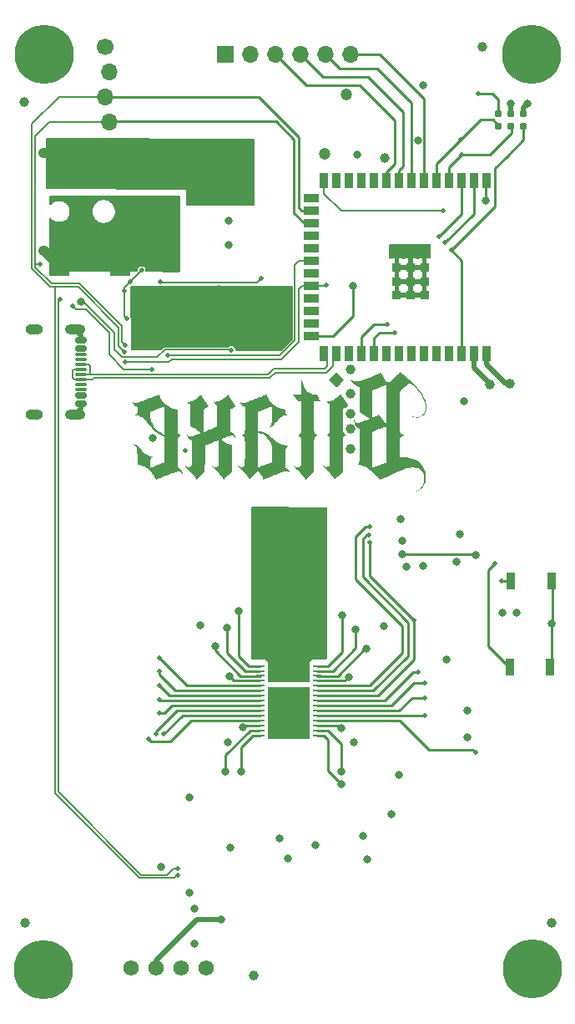
<source format=gbr>
%TF.GenerationSoftware,KiCad,Pcbnew,8.0.1*%
%TF.CreationDate,2024-06-21T14:23:06+08:00*%
%TF.ProjectId,bitaxeSupra,62697461-7865-4537-9570-72612e6b6963,rev?*%
%TF.SameCoordinates,Original*%
%TF.FileFunction,Copper,L4,Bot*%
%TF.FilePolarity,Positive*%
%FSLAX46Y46*%
G04 Gerber Fmt 4.6, Leading zero omitted, Abs format (unit mm)*
G04 Created by KiCad (PCBNEW 8.0.1) date 2024-06-21 14:23:06*
%MOMM*%
%LPD*%
G01*
G04 APERTURE LIST*
G04 Aperture macros list*
%AMRoundRect*
0 Rectangle with rounded corners*
0 $1 Rounding radius*
0 $2 $3 $4 $5 $6 $7 $8 $9 X,Y pos of 4 corners*
0 Add a 4 corners polygon primitive as box body*
4,1,4,$2,$3,$4,$5,$6,$7,$8,$9,$2,$3,0*
0 Add four circle primitives for the rounded corners*
1,1,$1+$1,$2,$3*
1,1,$1+$1,$4,$5*
1,1,$1+$1,$6,$7*
1,1,$1+$1,$8,$9*
0 Add four rect primitives between the rounded corners*
20,1,$1+$1,$2,$3,$4,$5,0*
20,1,$1+$1,$4,$5,$6,$7,0*
20,1,$1+$1,$6,$7,$8,$9,0*
20,1,$1+$1,$8,$9,$2,$3,0*%
G04 Aperture macros list end*
%TA.AperFunction,EtchedComponent*%
%ADD10C,0.000000*%
%TD*%
%TA.AperFunction,ComponentPad*%
%ADD11C,0.800000*%
%TD*%
%TA.AperFunction,ComponentPad*%
%ADD12C,6.000000*%
%TD*%
%TA.AperFunction,ComponentPad*%
%ADD13R,1.700000X1.700000*%
%TD*%
%TA.AperFunction,ComponentPad*%
%ADD14O,1.700000X1.700000*%
%TD*%
%TA.AperFunction,ComponentPad*%
%ADD15C,0.400000*%
%TD*%
%TA.AperFunction,ComponentPad*%
%ADD16C,1.574800*%
%TD*%
%TA.AperFunction,ComponentPad*%
%ADD17C,1.700000*%
%TD*%
%TA.AperFunction,SMDPad,CuDef*%
%ADD18C,1.000000*%
%TD*%
%TA.AperFunction,SMDPad,CuDef*%
%ADD19RoundRect,0.150000X0.425000X-0.150000X0.425000X0.150000X-0.425000X0.150000X-0.425000X-0.150000X0*%
%TD*%
%TA.AperFunction,SMDPad,CuDef*%
%ADD20RoundRect,0.075000X0.500000X-0.075000X0.500000X0.075000X-0.500000X0.075000X-0.500000X-0.075000X0*%
%TD*%
%TA.AperFunction,ComponentPad*%
%ADD21O,1.800000X1.000000*%
%TD*%
%TA.AperFunction,ComponentPad*%
%ADD22O,2.100000X1.000000*%
%TD*%
%TA.AperFunction,SMDPad,CuDef*%
%ADD23R,0.900000X1.500000*%
%TD*%
%TA.AperFunction,SMDPad,CuDef*%
%ADD24R,1.500000X0.900000*%
%TD*%
%TA.AperFunction,SMDPad,CuDef*%
%ADD25R,0.900000X0.900000*%
%TD*%
%TA.AperFunction,ConnectorPad*%
%ADD26C,0.787400*%
%TD*%
%TA.AperFunction,SMDPad,CuDef*%
%ADD27RoundRect,0.055250X0.340750X0.055250X-0.340750X0.055250X-0.340750X-0.055250X0.340750X-0.055250X0*%
%TD*%
%TA.AperFunction,SMDPad,CuDef*%
%ADD28R,4.277000X2.000000*%
%TD*%
%TA.AperFunction,SMDPad,CuDef*%
%ADD29R,4.277000X5.300000*%
%TD*%
%TA.AperFunction,SMDPad,CuDef*%
%ADD30R,2.000000X2.000000*%
%TD*%
%TA.AperFunction,SMDPad,CuDef*%
%ADD31R,0.900000X1.800000*%
%TD*%
%TA.AperFunction,ViaPad*%
%ADD32C,0.800000*%
%TD*%
%TA.AperFunction,ViaPad*%
%ADD33C,1.000000*%
%TD*%
%TA.AperFunction,ViaPad*%
%ADD34C,0.500000*%
%TD*%
%TA.AperFunction,ViaPad*%
%ADD35C,1.200000*%
%TD*%
%TA.AperFunction,Conductor*%
%ADD36C,0.254000*%
%TD*%
%TA.AperFunction,Conductor*%
%ADD37C,0.508000*%
%TD*%
%TA.AperFunction,Conductor*%
%ADD38C,1.000000*%
%TD*%
%TA.AperFunction,Conductor*%
%ADD39C,0.200000*%
%TD*%
G04 APERTURE END LIST*
D10*
%TA.AperFunction,EtchedComponent*%
%TO.C,G\u002A\u002A\u002A*%
G36*
X110835225Y-83669191D02*
G01*
X111225774Y-84059740D01*
X110840646Y-84445290D01*
X110743775Y-84541920D01*
X110649131Y-84635592D01*
X110567917Y-84715197D01*
X110504115Y-84776859D01*
X110461707Y-84816699D01*
X110444677Y-84830841D01*
X110429633Y-84818501D01*
X110388808Y-84780268D01*
X110326321Y-84719953D01*
X110246154Y-84641434D01*
X110152289Y-84548587D01*
X110048708Y-84445290D01*
X109663579Y-84059740D01*
X110054128Y-83669191D01*
X110444677Y-83278642D01*
X110835225Y-83669191D01*
G37*
%TD.AperFunction*%
%TA.AperFunction,EtchedComponent*%
G36*
X106952962Y-84218195D02*
G01*
X107012788Y-84384727D01*
X107130174Y-84656382D01*
X107260097Y-84893409D01*
X107401616Y-85094547D01*
X107553792Y-85258537D01*
X107715685Y-85384116D01*
X107886356Y-85470027D01*
X107916657Y-85479077D01*
X107996489Y-85494470D01*
X108098933Y-85507422D01*
X108211773Y-85516200D01*
X108448024Y-85528872D01*
X108633717Y-85851383D01*
X108687239Y-85945026D01*
X108740061Y-86039000D01*
X108781920Y-86115205D01*
X108809482Y-86167559D01*
X108819410Y-86189981D01*
X108812654Y-86193248D01*
X108772106Y-86198329D01*
X108701063Y-86202393D01*
X108606604Y-86205090D01*
X108495806Y-86206067D01*
X108172203Y-86206067D01*
X108178046Y-87763614D01*
X108179056Y-88029567D01*
X108180108Y-88286071D01*
X108181182Y-88506491D01*
X108182369Y-88693760D01*
X108183761Y-88850811D01*
X108185446Y-88980576D01*
X108187518Y-89085988D01*
X108190065Y-89169980D01*
X108193180Y-89235484D01*
X108196952Y-89285434D01*
X108201474Y-89322762D01*
X108206835Y-89350400D01*
X108213126Y-89371282D01*
X108220439Y-89388341D01*
X108228864Y-89404508D01*
X108261787Y-89457864D01*
X108349332Y-89557893D01*
X108450475Y-89629877D01*
X108508694Y-89659932D01*
X108417585Y-89713326D01*
X108319765Y-89792653D01*
X108242377Y-89900266D01*
X108195128Y-90023485D01*
X108193591Y-90033321D01*
X108189824Y-90086905D01*
X108186397Y-90179408D01*
X108183334Y-90308844D01*
X108180661Y-90473224D01*
X108178401Y-90670562D01*
X108176578Y-90898870D01*
X108175218Y-91156162D01*
X108174344Y-91440449D01*
X108173980Y-91749745D01*
X108173471Y-93386531D01*
X107742630Y-93787538D01*
X107311790Y-94188545D01*
X107277386Y-94097910D01*
X107247290Y-94032073D01*
X107177868Y-93916154D01*
X107082976Y-93783702D01*
X106967059Y-93640128D01*
X106834561Y-93490847D01*
X106689927Y-93341272D01*
X106537600Y-93196816D01*
X106483754Y-93146978D01*
X106402109Y-93067371D01*
X106327474Y-92990122D01*
X106262576Y-92918696D01*
X106210143Y-92856560D01*
X106172904Y-92807181D01*
X106153586Y-92774024D01*
X106154918Y-92760556D01*
X106179628Y-92770243D01*
X106230444Y-92806551D01*
X106299366Y-92857410D01*
X106369454Y-92896819D01*
X106436950Y-92916253D01*
X106516137Y-92921454D01*
X106532152Y-92921097D01*
X106642284Y-92901731D01*
X106745371Y-92857661D01*
X106824867Y-92795630D01*
X106826684Y-92793536D01*
X106833773Y-92782700D01*
X106839814Y-92766544D01*
X106844873Y-92742039D01*
X106849018Y-92706155D01*
X106852314Y-92655863D01*
X106854829Y-92588133D01*
X106856628Y-92499937D01*
X106857778Y-92388244D01*
X106858346Y-92250025D01*
X106858398Y-92082251D01*
X106858000Y-91881892D01*
X106857219Y-91645920D01*
X106856122Y-91371304D01*
X106850337Y-89987937D01*
X106790861Y-89886750D01*
X106733692Y-89809469D01*
X106627929Y-89721251D01*
X106524473Y-89656939D01*
X106595168Y-89620671D01*
X106660367Y-89577358D01*
X106737556Y-89503287D01*
X106800898Y-89418954D01*
X106838416Y-89338263D01*
X106840403Y-89327806D01*
X106845101Y-89272011D01*
X106849184Y-89174805D01*
X106852651Y-89036374D01*
X106855498Y-88856905D01*
X106857723Y-88636583D01*
X106859323Y-88375593D01*
X106860296Y-88074124D01*
X106860639Y-87732359D01*
X106860755Y-86206067D01*
X106708307Y-86206067D01*
X106555859Y-86206067D01*
X106282673Y-85867470D01*
X106009487Y-85528872D01*
X106435121Y-85523240D01*
X106860755Y-85517608D01*
X106861024Y-84731444D01*
X106861292Y-83945279D01*
X106952962Y-84218195D01*
G37*
%TD.AperFunction*%
%TA.AperFunction,EtchedComponent*%
G36*
X110875684Y-85508401D02*
G01*
X110901173Y-85546235D01*
X110945271Y-85612062D01*
X111005209Y-85701741D01*
X111078222Y-85811131D01*
X111161542Y-85936090D01*
X111252402Y-86072478D01*
X111628268Y-86636921D01*
X111578013Y-86701135D01*
X111533263Y-86747758D01*
X111443903Y-86815237D01*
X111334780Y-86877924D01*
X111218190Y-86928062D01*
X111111453Y-86965971D01*
X111111453Y-88107771D01*
X111111446Y-88275760D01*
X111111559Y-88507622D01*
X111112114Y-88703489D01*
X111113445Y-88866832D01*
X111115885Y-89001120D01*
X111119767Y-89109823D01*
X111125425Y-89196412D01*
X111133192Y-89264355D01*
X111143400Y-89317123D01*
X111156384Y-89358185D01*
X111172477Y-89391011D01*
X111192011Y-89419071D01*
X111215321Y-89445835D01*
X111242739Y-89474772D01*
X111256864Y-89488805D01*
X111322178Y-89541654D01*
X111387734Y-89580913D01*
X111466066Y-89616790D01*
X111381498Y-89654924D01*
X111375494Y-89657712D01*
X111281872Y-89720387D01*
X111198671Y-89808646D01*
X111140101Y-89907615D01*
X111138050Y-89913353D01*
X111132956Y-89936914D01*
X111128511Y-89974168D01*
X111124674Y-90027659D01*
X111121401Y-90099929D01*
X111118649Y-90193524D01*
X111116374Y-90310985D01*
X111114534Y-90454858D01*
X111113085Y-90627686D01*
X111111983Y-90832012D01*
X111111187Y-91070380D01*
X111110652Y-91345334D01*
X111110335Y-91659417D01*
X111109217Y-93342654D01*
X110688391Y-93742728D01*
X110674494Y-93755934D01*
X110565705Y-93858938D01*
X110467267Y-93951493D01*
X110383136Y-94029930D01*
X110317265Y-94090579D01*
X110273609Y-94129771D01*
X110256123Y-94143836D01*
X110253726Y-94142893D01*
X110237968Y-94118544D01*
X110218096Y-94071351D01*
X110201334Y-94030446D01*
X110153397Y-93941437D01*
X110083781Y-93838666D01*
X109990413Y-93719559D01*
X109871219Y-93581541D01*
X109724123Y-93422036D01*
X109547051Y-93238470D01*
X109543132Y-93234475D01*
X109396872Y-93084228D01*
X109277197Y-92958886D01*
X109184596Y-92859026D01*
X109119552Y-92785223D01*
X109082554Y-92738053D01*
X109074086Y-92718092D01*
X109094636Y-92725916D01*
X109144690Y-92762100D01*
X109161332Y-92775007D01*
X109222126Y-92820072D01*
X109267670Y-92847117D01*
X109311821Y-92863145D01*
X109368432Y-92875156D01*
X109424247Y-92880245D01*
X109532354Y-92868158D01*
X109635541Y-92832791D01*
X109716601Y-92778902D01*
X109777901Y-92720173D01*
X109777784Y-91364474D01*
X109777450Y-91061641D01*
X109776407Y-90777058D01*
X109774652Y-90533703D01*
X109772182Y-90331350D01*
X109768993Y-90169770D01*
X109765081Y-90048738D01*
X109760444Y-89968026D01*
X109755076Y-89927406D01*
X109729641Y-89873164D01*
X109684106Y-89807892D01*
X109627056Y-89741021D01*
X109567001Y-89681715D01*
X109512452Y-89639140D01*
X109471918Y-89622460D01*
X109461738Y-89621456D01*
X109460241Y-89611288D01*
X109496605Y-89588775D01*
X109590651Y-89524440D01*
X109677420Y-89436473D01*
X109738314Y-89341998D01*
X109739156Y-89340168D01*
X109746794Y-89321373D01*
X109753334Y-89298885D01*
X109758862Y-89269539D01*
X109763465Y-89230169D01*
X109767229Y-89177612D01*
X109770239Y-89108701D01*
X109772582Y-89020272D01*
X109774344Y-88909160D01*
X109775610Y-88772200D01*
X109776467Y-88606226D01*
X109777001Y-88408073D01*
X109777298Y-88174578D01*
X109777443Y-87902574D01*
X109777901Y-86546497D01*
X109723429Y-86517344D01*
X109717003Y-86513566D01*
X109670874Y-86477206D01*
X109611948Y-86421367D01*
X109551012Y-86357292D01*
X109498855Y-86296221D01*
X109466268Y-86249396D01*
X109462396Y-86239552D01*
X109467939Y-86227474D01*
X109494743Y-86220368D01*
X109549610Y-86216913D01*
X109639339Y-86215787D01*
X109644743Y-86215764D01*
X109745420Y-86213103D01*
X109821565Y-86204306D01*
X109889472Y-86186406D01*
X109965431Y-86156439D01*
X110083913Y-86098122D01*
X110261573Y-85989272D01*
X110451696Y-85850389D01*
X110649303Y-85684906D01*
X110675153Y-85662002D01*
X110750198Y-85596617D01*
X110811604Y-85544759D01*
X110853607Y-85511228D01*
X110870442Y-85500822D01*
X110875684Y-85508401D01*
G37*
%TD.AperFunction*%
%TA.AperFunction,EtchedComponent*%
G36*
X94321726Y-88203688D02*
G01*
X94327450Y-89345307D01*
X94390708Y-89447836D01*
X94449755Y-89524977D01*
X94562645Y-89615543D01*
X94671323Y-89680721D01*
X94606011Y-89707774D01*
X94543402Y-89739855D01*
X94442182Y-89826730D01*
X94366349Y-89945412D01*
X94317438Y-90050447D01*
X94317235Y-91492995D01*
X94317031Y-92935544D01*
X94374332Y-92949316D01*
X94504813Y-92999651D01*
X94623731Y-93085425D01*
X94720321Y-93199404D01*
X94789662Y-93335721D01*
X94826830Y-93488511D01*
X94839564Y-93592695D01*
X94798954Y-93519767D01*
X94767864Y-93468659D01*
X94696223Y-93385706D01*
X94612548Y-93336540D01*
X94509179Y-93315767D01*
X94396328Y-93317778D01*
X94279739Y-93339423D01*
X94277012Y-93340249D01*
X94230067Y-93356189D01*
X94151537Y-93384567D01*
X94045832Y-93423686D01*
X93917364Y-93471846D01*
X93770541Y-93527347D01*
X93609773Y-93588491D01*
X93439472Y-93653579D01*
X93264047Y-93720910D01*
X93087908Y-93788787D01*
X92915465Y-93855510D01*
X92751128Y-93919380D01*
X92599308Y-93978697D01*
X92464414Y-94031763D01*
X92350857Y-94076879D01*
X92263046Y-94112345D01*
X92205393Y-94136462D01*
X92182306Y-94147531D01*
X92156950Y-94162429D01*
X92123410Y-94161789D01*
X92108335Y-94137849D01*
X92107708Y-94130648D01*
X92092011Y-94080784D01*
X92058316Y-94005401D01*
X92010789Y-93911903D01*
X91953592Y-93807696D01*
X91890888Y-93700184D01*
X91826843Y-93596772D01*
X91765618Y-93504865D01*
X91711378Y-93431868D01*
X91633746Y-93341345D01*
X91428675Y-93144290D01*
X91199837Y-92976294D01*
X90952588Y-92840495D01*
X90692285Y-92740029D01*
X90424283Y-92678034D01*
X90264283Y-92653320D01*
X90251592Y-91883221D01*
X90250405Y-91812732D01*
X90246370Y-91603183D01*
X90241813Y-91429431D01*
X90236204Y-91286956D01*
X90229012Y-91171235D01*
X90219709Y-91077750D01*
X90207764Y-91001978D01*
X90192648Y-90939400D01*
X90173831Y-90885494D01*
X90150784Y-90835740D01*
X90122975Y-90785617D01*
X90120847Y-90782042D01*
X90055158Y-90699440D01*
X89968535Y-90624924D01*
X89878803Y-90573944D01*
X89873811Y-90570360D01*
X89893019Y-90568784D01*
X89941313Y-90573315D01*
X90042375Y-90597494D01*
X90160102Y-90644707D01*
X90275032Y-90706919D01*
X90371015Y-90776491D01*
X90398820Y-90803695D01*
X90454315Y-90864996D01*
X90523987Y-90947126D01*
X90601656Y-91042752D01*
X90681141Y-91144537D01*
X90734840Y-91213508D01*
X90818912Y-91317242D01*
X90899591Y-91412229D01*
X90969785Y-91490190D01*
X91022398Y-91542845D01*
X91062638Y-91577211D01*
X91215232Y-91682141D01*
X91381116Y-91762486D01*
X91549910Y-91813887D01*
X91711234Y-91831990D01*
X91805458Y-91831990D01*
X91727919Y-91884679D01*
X91726511Y-91885637D01*
X91680191Y-91919536D01*
X91644507Y-91954123D01*
X91617967Y-91995254D01*
X91599082Y-92048782D01*
X91586361Y-92120563D01*
X91578314Y-92216452D01*
X91573451Y-92342305D01*
X91570280Y-92503975D01*
X91570271Y-92504579D01*
X91568454Y-92654882D01*
X91568425Y-92767967D01*
X91570389Y-92848244D01*
X91574549Y-92900125D01*
X91581111Y-92928019D01*
X91590277Y-92936337D01*
X91591076Y-92936279D01*
X91620124Y-92927830D01*
X91682001Y-92906515D01*
X91771195Y-92874430D01*
X91882191Y-92833666D01*
X92009476Y-92786318D01*
X92147538Y-92734478D01*
X92290864Y-92680241D01*
X92433940Y-92625699D01*
X92571254Y-92572945D01*
X92697292Y-92524073D01*
X92806541Y-92481175D01*
X92893488Y-92446347D01*
X92952621Y-92421679D01*
X92978425Y-92409267D01*
X92980554Y-92406582D01*
X92985763Y-92388149D01*
X92990120Y-92351420D01*
X92993668Y-92293796D01*
X92996447Y-92212681D01*
X92998497Y-92105477D01*
X92999861Y-91969587D01*
X93000578Y-91802416D01*
X93000690Y-91601364D01*
X93000238Y-91363836D01*
X92999262Y-91087234D01*
X92993897Y-89785247D01*
X92845552Y-89747576D01*
X92795197Y-89733623D01*
X92584188Y-89650458D01*
X92373511Y-89528486D01*
X92166508Y-89369879D01*
X91966522Y-89176806D01*
X91954304Y-89163562D01*
X91894802Y-89097043D01*
X91816697Y-89007551D01*
X91726200Y-88902295D01*
X91629520Y-88788485D01*
X91532865Y-88673329D01*
X91411974Y-88529984D01*
X91249584Y-88344170D01*
X91104594Y-88187826D01*
X90973619Y-88057822D01*
X90853274Y-87951029D01*
X90740175Y-87864315D01*
X90630938Y-87794552D01*
X90522177Y-87738608D01*
X90514875Y-87735308D01*
X90404294Y-87692014D01*
X90286919Y-87656257D01*
X90177336Y-87631939D01*
X90090130Y-87622966D01*
X90018498Y-87622966D01*
X90056588Y-87597653D01*
X91567307Y-87597653D01*
X91567708Y-87650108D01*
X91576720Y-87862890D01*
X91599702Y-88047668D01*
X91639589Y-88214539D01*
X91699311Y-88373600D01*
X91781803Y-88534948D01*
X91889995Y-88708680D01*
X91917006Y-88748242D01*
X92050892Y-88921724D01*
X92203075Y-89088150D01*
X92366516Y-89241311D01*
X92534179Y-89374999D01*
X92699026Y-89483007D01*
X92854021Y-89559125D01*
X92900901Y-89576869D01*
X92955065Y-89595307D01*
X92984250Y-89602457D01*
X92987222Y-89592193D01*
X92991070Y-89543051D01*
X92994468Y-89454586D01*
X92997396Y-89328175D01*
X92999836Y-89165195D01*
X93001767Y-88967024D01*
X93003170Y-88735040D01*
X93004026Y-88470619D01*
X93004316Y-88175140D01*
X93004259Y-88026074D01*
X93003937Y-87793751D01*
X93003352Y-87576138D01*
X93002527Y-87376604D01*
X93001489Y-87198520D01*
X93000260Y-87045257D01*
X92998866Y-86920185D01*
X92997331Y-86826675D01*
X92995680Y-86768097D01*
X92993937Y-86747822D01*
X92991503Y-86748422D01*
X92959821Y-86759684D01*
X92896275Y-86783599D01*
X92806237Y-86818064D01*
X92695077Y-86860979D01*
X92568166Y-86910239D01*
X92430874Y-86963742D01*
X92288571Y-87019386D01*
X92146628Y-87075069D01*
X92010417Y-87128688D01*
X91885306Y-87178140D01*
X91776668Y-87221323D01*
X91689872Y-87256135D01*
X91630289Y-87280473D01*
X91603290Y-87292234D01*
X91594124Y-87298428D01*
X91582050Y-87315882D01*
X91574136Y-87347708D01*
X91569576Y-87400731D01*
X91567568Y-87481772D01*
X91567307Y-87597653D01*
X90056588Y-87597653D01*
X90089298Y-87575915D01*
X90109228Y-87560563D01*
X90163325Y-87502836D01*
X90206982Y-87436061D01*
X90217845Y-87413574D01*
X90233814Y-87371933D01*
X90244274Y-87324765D01*
X90250353Y-87263036D01*
X90253174Y-87177714D01*
X90253865Y-87059764D01*
X90253865Y-86776270D01*
X90143230Y-86741395D01*
X90058403Y-86706242D01*
X89939051Y-86622638D01*
X89843108Y-86510508D01*
X89775444Y-86376095D01*
X89740927Y-86225641D01*
X89729100Y-86112301D01*
X89775716Y-86202561D01*
X89838802Y-86289077D01*
X89932429Y-86361967D01*
X90039340Y-86403558D01*
X90070304Y-86406574D01*
X90146405Y-86401553D01*
X90233759Y-86384628D01*
X90243350Y-86381914D01*
X90296052Y-86364473D01*
X90379854Y-86334744D01*
X90490374Y-86294407D01*
X90623228Y-86245146D01*
X90774034Y-86188642D01*
X90938409Y-86126576D01*
X91111969Y-86060630D01*
X91290333Y-85992487D01*
X91469118Y-85923827D01*
X91643940Y-85856333D01*
X91810416Y-85791686D01*
X91964165Y-85731569D01*
X92100803Y-85677662D01*
X92215947Y-85631648D01*
X92305215Y-85595208D01*
X92364223Y-85570025D01*
X92388590Y-85557779D01*
X92414471Y-85541528D01*
X92448806Y-85549415D01*
X92472066Y-85595165D01*
X92475889Y-85607757D01*
X92497208Y-85662159D01*
X92530356Y-85736720D01*
X92569968Y-85819160D01*
X92595756Y-85869606D01*
X92758633Y-86140535D01*
X92945653Y-86377530D01*
X93156687Y-86580498D01*
X93391607Y-86749341D01*
X93650281Y-86883965D01*
X93932582Y-86984274D01*
X94238379Y-87050172D01*
X94316002Y-87062069D01*
X94321583Y-88175140D01*
X94321726Y-88203688D01*
G37*
%TD.AperFunction*%
%TA.AperFunction,EtchedComponent*%
G36*
X105245907Y-92057041D02*
G01*
X105245907Y-92917613D01*
X105370928Y-92967812D01*
X105430008Y-92995089D01*
X105554364Y-93083226D01*
X105649593Y-93200838D01*
X105714408Y-93346505D01*
X105734620Y-93417897D01*
X105750000Y-93484787D01*
X105755573Y-93527171D01*
X105753328Y-93550543D01*
X105743744Y-93547509D01*
X105721785Y-93509348D01*
X105693905Y-93462287D01*
X105611304Y-93368746D01*
X105512841Y-93310573D01*
X105402588Y-93290562D01*
X105354520Y-93295517D01*
X105280084Y-93309868D01*
X105198761Y-93330325D01*
X105196858Y-93330871D01*
X105147588Y-93346997D01*
X105066904Y-93375570D01*
X104959208Y-93414896D01*
X104828901Y-93463281D01*
X104680384Y-93519031D01*
X104518060Y-93580452D01*
X104346329Y-93645850D01*
X104169594Y-93713530D01*
X103992255Y-93781799D01*
X103818714Y-93848961D01*
X103653373Y-93913324D01*
X103500633Y-93973193D01*
X103364896Y-94026874D01*
X103250563Y-94072673D01*
X103162036Y-94108895D01*
X103103716Y-94133846D01*
X103080005Y-94145833D01*
X103066191Y-94157840D01*
X103049936Y-94160477D01*
X103033194Y-94141356D01*
X103011533Y-94094620D01*
X102980518Y-94014414D01*
X102957215Y-93956363D01*
X102865871Y-93771175D01*
X102749948Y-93583181D01*
X102617823Y-93406421D01*
X102498437Y-93261820D01*
X102054938Y-93718972D01*
X102010996Y-93764104D01*
X101902447Y-93874102D01*
X101806275Y-93969421D01*
X101725747Y-94046955D01*
X101664126Y-94103597D01*
X101624678Y-94136240D01*
X101610667Y-94141776D01*
X101610188Y-94135996D01*
X101594021Y-94084945D01*
X101558675Y-94011146D01*
X101509185Y-93923607D01*
X101450586Y-93831333D01*
X101387913Y-93743331D01*
X101356524Y-93704912D01*
X101294815Y-93634712D01*
X101213091Y-93545222D01*
X101116602Y-93442104D01*
X101010600Y-93331021D01*
X100900335Y-93217634D01*
X100861484Y-93178017D01*
X100728732Y-93041405D01*
X100625077Y-92932341D01*
X100549720Y-92849813D01*
X100501860Y-92792811D01*
X100480696Y-92760325D01*
X100485428Y-92751343D01*
X100515255Y-92764856D01*
X100569376Y-92799853D01*
X100621986Y-92833797D01*
X100684304Y-92868648D01*
X100728345Y-92887115D01*
X100754000Y-92891983D01*
X100854280Y-92890795D01*
X100963060Y-92865032D01*
X101063798Y-92818099D01*
X101161904Y-92757447D01*
X101167267Y-91417164D01*
X101167527Y-91347696D01*
X101167849Y-91206887D01*
X102485038Y-91206887D01*
X102485101Y-91363235D01*
X102485493Y-91620762D01*
X102486217Y-91864144D01*
X102487246Y-92090323D01*
X102488553Y-92296239D01*
X102490109Y-92478834D01*
X102491887Y-92635049D01*
X102493859Y-92761825D01*
X102495998Y-92856105D01*
X102498276Y-92914828D01*
X102500665Y-92934936D01*
X102519082Y-92928771D01*
X102572479Y-92909080D01*
X102656175Y-92877532D01*
X102765668Y-92835843D01*
X102896456Y-92785727D01*
X103044036Y-92728899D01*
X103203906Y-92667074D01*
X103891518Y-92400612D01*
X103896970Y-91570235D01*
X103898110Y-91398476D01*
X103899062Y-91211383D01*
X103898896Y-91057340D01*
X103897027Y-90931497D01*
X103892866Y-90829007D01*
X103885829Y-90745021D01*
X103875328Y-90674692D01*
X103860777Y-90613171D01*
X103841589Y-90555610D01*
X103817178Y-90497162D01*
X103786957Y-90432977D01*
X103750340Y-90358209D01*
X103710480Y-90281669D01*
X103588173Y-90089899D01*
X103445758Y-89917878D01*
X103287874Y-89769139D01*
X103119161Y-89647217D01*
X102944256Y-89555645D01*
X102767800Y-89497956D01*
X102594431Y-89477684D01*
X102485038Y-89477437D01*
X102485038Y-91206887D01*
X101167849Y-91206887D01*
X101168186Y-91059654D01*
X101168058Y-90802734D01*
X101167160Y-90578444D01*
X101165509Y-90388289D01*
X101163121Y-90233776D01*
X101160012Y-90116412D01*
X101156200Y-90037703D01*
X101151701Y-89999156D01*
X101146978Y-89983090D01*
X101093056Y-89872002D01*
X101011135Y-89775451D01*
X100912147Y-89706778D01*
X100814920Y-89659712D01*
X100895809Y-89623496D01*
X100952938Y-89589809D01*
X101035424Y-89515822D01*
X101104781Y-89425817D01*
X101148140Y-89334529D01*
X101150874Y-89322142D01*
X101156156Y-89274719D01*
X101160633Y-89197578D01*
X101164335Y-89089011D01*
X101167294Y-88947312D01*
X101169541Y-88770773D01*
X101171107Y-88557687D01*
X101172024Y-88306346D01*
X101172322Y-88015043D01*
X101172322Y-86776270D01*
X101061688Y-86741395D01*
X100976861Y-86706242D01*
X100857509Y-86622638D01*
X100761566Y-86510508D01*
X100693901Y-86376095D01*
X100659385Y-86225641D01*
X100647558Y-86112301D01*
X100694174Y-86202561D01*
X100757393Y-86289208D01*
X100850913Y-86361994D01*
X100957591Y-86403513D01*
X100983192Y-86406375D01*
X101061203Y-86401151D01*
X101155540Y-86381207D01*
X101170133Y-86376746D01*
X101228147Y-86356820D01*
X101318109Y-86324409D01*
X101435294Y-86281315D01*
X101574974Y-86229342D01*
X101732423Y-86170292D01*
X101902914Y-86105966D01*
X102081721Y-86038168D01*
X102264115Y-85968700D01*
X102445372Y-85899364D01*
X102620763Y-85831963D01*
X102785563Y-85768298D01*
X102935043Y-85710173D01*
X103064479Y-85659390D01*
X103169142Y-85617751D01*
X103244306Y-85587059D01*
X103285245Y-85569115D01*
X103316302Y-85554335D01*
X103356014Y-85542142D01*
X103376900Y-85554798D01*
X103390524Y-85595165D01*
X103408235Y-85646507D01*
X103445078Y-85729953D01*
X103494694Y-85830182D01*
X103551983Y-85937350D01*
X103611849Y-86041616D01*
X103669192Y-86133138D01*
X103677407Y-86145375D01*
X103819863Y-86327650D01*
X103991568Y-86501823D01*
X104182778Y-86659787D01*
X104383750Y-86793439D01*
X104584739Y-86894673D01*
X104686352Y-86932559D01*
X104838590Y-86979085D01*
X105001368Y-87019755D01*
X105157351Y-87049874D01*
X105235489Y-87062262D01*
X105235832Y-87212384D01*
X105238365Y-87275518D01*
X105263321Y-87400449D01*
X105316628Y-87498900D01*
X105400372Y-87575467D01*
X105470856Y-87622966D01*
X105389637Y-87623274D01*
X105342452Y-87626378D01*
X105260955Y-87637788D01*
X105176626Y-87654651D01*
X105168801Y-87656518D01*
X105045374Y-87693013D01*
X104931246Y-87742438D01*
X104821443Y-87808680D01*
X104710993Y-87895628D01*
X104594922Y-88007171D01*
X104468254Y-88147195D01*
X104326018Y-88319590D01*
X104282507Y-88373427D01*
X104152540Y-88524765D01*
X104035793Y-88643604D01*
X103927727Y-88733388D01*
X103823802Y-88797564D01*
X103719480Y-88839575D01*
X103610222Y-88862866D01*
X103516457Y-88875353D01*
X103578967Y-88840531D01*
X103614314Y-88819059D01*
X103722445Y-88727057D01*
X103801212Y-88615712D01*
X103817538Y-88582297D01*
X103839986Y-88527551D01*
X103858492Y-88466967D01*
X103873521Y-88396066D01*
X103885538Y-88310368D01*
X103895008Y-88205395D01*
X103902396Y-88076666D01*
X103908168Y-87919703D01*
X103912789Y-87730026D01*
X103916722Y-87503155D01*
X103918938Y-87331049D01*
X103920220Y-87172141D01*
X103920579Y-87031738D01*
X103920037Y-86914473D01*
X103918615Y-86824977D01*
X103916334Y-86767883D01*
X103913217Y-86747822D01*
X103911509Y-86748169D01*
X103881561Y-86758513D01*
X103819409Y-86781673D01*
X103730439Y-86815544D01*
X103620033Y-86858017D01*
X103493574Y-86906988D01*
X103356446Y-86960350D01*
X103214031Y-87015995D01*
X103071713Y-87071817D01*
X102934875Y-87125710D01*
X102808900Y-87175568D01*
X102699172Y-87219283D01*
X102611073Y-87254749D01*
X102549987Y-87279860D01*
X102521297Y-87292509D01*
X102520880Y-87292735D01*
X102512403Y-87299608D01*
X102505397Y-87312441D01*
X102499752Y-87334805D01*
X102495353Y-87370271D01*
X102492090Y-87422410D01*
X102489848Y-87494794D01*
X102488517Y-87590994D01*
X102487983Y-87714581D01*
X102488134Y-87869126D01*
X102488858Y-88058200D01*
X102490041Y-88285376D01*
X102495456Y-89258651D01*
X102682987Y-89271588D01*
X102787792Y-89282177D01*
X102905062Y-89304056D01*
X103019997Y-89338459D01*
X103137092Y-89387853D01*
X103260844Y-89454704D01*
X103395750Y-89541480D01*
X103546306Y-89650647D01*
X103717009Y-89784672D01*
X103912355Y-89946021D01*
X104063378Y-90070861D01*
X104258942Y-90224002D01*
X104436714Y-90350755D01*
X104602421Y-90453993D01*
X104761789Y-90536591D01*
X104920541Y-90601423D01*
X105084404Y-90651362D01*
X105259103Y-90689283D01*
X105450363Y-90718060D01*
X105550635Y-90730584D01*
X105464210Y-90824345D01*
X105416622Y-90883718D01*
X105359239Y-90970458D01*
X105311846Y-91057287D01*
X105245907Y-91196469D01*
X105245907Y-91211383D01*
X105245907Y-92057041D01*
G37*
%TD.AperFunction*%
%TA.AperFunction,EtchedComponent*%
G36*
X96706501Y-85545981D02*
G01*
X96733746Y-85582419D01*
X96779421Y-85646962D01*
X96840714Y-85735534D01*
X96914811Y-85844058D01*
X96998900Y-85968457D01*
X97090168Y-86104653D01*
X97097526Y-86115680D01*
X97199815Y-86269346D01*
X97281048Y-86392518D01*
X97343387Y-86488969D01*
X97388996Y-86562474D01*
X97420041Y-86616805D01*
X97438685Y-86655736D01*
X97447092Y-86683040D01*
X97447426Y-86702490D01*
X97441852Y-86717861D01*
X97403760Y-86765286D01*
X97336242Y-86823661D01*
X97250643Y-86883879D01*
X97157364Y-86938652D01*
X97066802Y-86980692D01*
X96942462Y-87028906D01*
X96942462Y-88190661D01*
X96942504Y-88337706D01*
X96942711Y-88545010D01*
X96943077Y-88736786D01*
X96943586Y-88909299D01*
X96944219Y-89058812D01*
X96944961Y-89181593D01*
X96945795Y-89273905D01*
X96946704Y-89332013D01*
X96947671Y-89352183D01*
X96947698Y-89352180D01*
X96968225Y-89344530D01*
X97023120Y-89323347D01*
X97108047Y-89290323D01*
X97218668Y-89247151D01*
X97350647Y-89195523D01*
X97499647Y-89137132D01*
X97661330Y-89073671D01*
X98369779Y-88795393D01*
X98362012Y-87708027D01*
X98354244Y-86620662D01*
X98177209Y-86443627D01*
X98175209Y-86441626D01*
X98107799Y-86372952D01*
X98053813Y-86315646D01*
X98018693Y-86275644D01*
X98007881Y-86258886D01*
X98016822Y-86257395D01*
X98057030Y-86260608D01*
X98116841Y-86270096D01*
X98188347Y-86277931D01*
X98338102Y-86265427D01*
X98503088Y-86218008D01*
X98680623Y-86136997D01*
X98868029Y-86023716D01*
X99062626Y-85879484D01*
X99261732Y-85705624D01*
X99334897Y-85639603D01*
X99396864Y-85588785D01*
X99441359Y-85558013D01*
X99462319Y-85551933D01*
X99463756Y-85553759D01*
X99483075Y-85581451D01*
X99521185Y-85637535D01*
X99574657Y-85716869D01*
X99640060Y-85814309D01*
X99713966Y-85924713D01*
X99792943Y-86042938D01*
X99873563Y-86163841D01*
X99952394Y-86282279D01*
X100026007Y-86393110D01*
X100090971Y-86491190D01*
X100143858Y-86571378D01*
X100181237Y-86628529D01*
X100199677Y-86657502D01*
X100202687Y-86677535D01*
X100181029Y-86721509D01*
X100132175Y-86775372D01*
X100062480Y-86833989D01*
X99978298Y-86892226D01*
X99885982Y-86944948D01*
X99791888Y-86987021D01*
X99692913Y-87024362D01*
X99692913Y-88177971D01*
X99692913Y-88202922D01*
X99692989Y-88447975D01*
X99693264Y-88654867D01*
X99693841Y-88826811D01*
X99694822Y-88967021D01*
X99696308Y-89078709D01*
X99698400Y-89165087D01*
X99701201Y-89229369D01*
X99704811Y-89274768D01*
X99709332Y-89304496D01*
X99714866Y-89321766D01*
X99721514Y-89329790D01*
X99729377Y-89331783D01*
X99758104Y-89335512D01*
X99830765Y-89361581D01*
X99912972Y-89406164D01*
X99991721Y-89461696D01*
X100054008Y-89520613D01*
X100062167Y-89530468D01*
X100125193Y-89629410D01*
X100172661Y-89744429D01*
X100175591Y-89753963D01*
X100202672Y-89850092D01*
X100213384Y-89908414D01*
X100207608Y-89929456D01*
X100185224Y-89913747D01*
X100146112Y-89861816D01*
X100099776Y-89801503D01*
X100017517Y-89730768D01*
X99923233Y-89694737D01*
X99811097Y-89691652D01*
X99675283Y-89719754D01*
X99658101Y-89724970D01*
X99592826Y-89746835D01*
X99504354Y-89778285D01*
X99399613Y-89816671D01*
X99285531Y-89859345D01*
X99169038Y-89903657D01*
X99057061Y-89946958D01*
X98956530Y-89986601D01*
X98874373Y-90019936D01*
X98817519Y-90044314D01*
X98792896Y-90057087D01*
X98794223Y-90064982D01*
X98820552Y-90093977D01*
X98871986Y-90138478D01*
X98942306Y-90193903D01*
X99025294Y-90255672D01*
X99114729Y-90319201D01*
X99204392Y-90379909D01*
X99288064Y-90433214D01*
X99359525Y-90474534D01*
X99365144Y-90477509D01*
X99462868Y-90523448D01*
X99569044Y-90565033D01*
X99661658Y-90593591D01*
X99666067Y-90594667D01*
X99741312Y-90613106D01*
X99801360Y-90627954D01*
X99833561Y-90636083D01*
X99836707Y-90639436D01*
X99841704Y-90658717D01*
X99845973Y-90697180D01*
X99849559Y-90757325D01*
X99852512Y-90841650D01*
X99854880Y-90952654D01*
X99856709Y-91092836D01*
X99858049Y-91264694D01*
X99858946Y-91470729D01*
X99859450Y-91713438D01*
X99859607Y-91995320D01*
X99859607Y-93347654D01*
X99427244Y-93755422D01*
X99404238Y-93777116D01*
X99294849Y-93880180D01*
X99196559Y-93972643D01*
X99113209Y-94050904D01*
X99048639Y-94111360D01*
X99006690Y-94150408D01*
X98991200Y-94164448D01*
X98983944Y-94152795D01*
X98963748Y-94112367D01*
X98935831Y-94052805D01*
X98927664Y-94035265D01*
X98883562Y-93950046D01*
X98830779Y-93864455D01*
X98765619Y-93773887D01*
X98684386Y-93673735D01*
X98583382Y-93559395D01*
X98458911Y-93426260D01*
X98307276Y-93269726D01*
X98305399Y-93267810D01*
X98157582Y-93115980D01*
X98038670Y-92991444D01*
X97947409Y-92892768D01*
X97882544Y-92818517D01*
X97842823Y-92767257D01*
X97826990Y-92737553D01*
X97833794Y-92727970D01*
X97857596Y-92740102D01*
X97892514Y-92772586D01*
X97916248Y-92795183D01*
X97994394Y-92844432D01*
X98087213Y-92880163D01*
X98175683Y-92894206D01*
X98247284Y-92888511D01*
X98343301Y-92858010D01*
X98447917Y-92796900D01*
X98526055Y-92743139D01*
X98526055Y-91452690D01*
X98526019Y-91221891D01*
X98525836Y-90991437D01*
X98525421Y-90797043D01*
X98524687Y-90635699D01*
X98523549Y-90504396D01*
X98521921Y-90400123D01*
X98519717Y-90319872D01*
X98516852Y-90260631D01*
X98513238Y-90219392D01*
X98508791Y-90193146D01*
X98503425Y-90178881D01*
X98497053Y-90173589D01*
X98489591Y-90174259D01*
X98471920Y-90180672D01*
X98417968Y-90200893D01*
X98333520Y-90232837D01*
X98223354Y-90274688D01*
X98092251Y-90324627D01*
X97944990Y-90380840D01*
X97786350Y-90441511D01*
X97119574Y-90696744D01*
X97109156Y-92030574D01*
X97098737Y-93364404D01*
X96673016Y-93762351D01*
X96247294Y-94160299D01*
X96170263Y-94006964D01*
X96142674Y-93954637D01*
X96093816Y-93872976D01*
X96034864Y-93787659D01*
X95962404Y-93694573D01*
X95873024Y-93589607D01*
X95763314Y-93468650D01*
X95629859Y-93327592D01*
X95469249Y-93162319D01*
X95374914Y-93065374D01*
X95281923Y-92968131D01*
X95202872Y-92883678D01*
X95141624Y-92816203D01*
X95102043Y-92769895D01*
X95087991Y-92748941D01*
X95090868Y-92744264D01*
X95115019Y-92752041D01*
X95155710Y-92781367D01*
X95165367Y-92789255D01*
X95229267Y-92833723D01*
X95290480Y-92866566D01*
X95316736Y-92876166D01*
X95430229Y-92892950D01*
X95549155Y-92878166D01*
X95660118Y-92834757D01*
X95749721Y-92765667D01*
X95796766Y-92714519D01*
X95791394Y-91446728D01*
X95786022Y-90178937D01*
X95692257Y-90148066D01*
X95630330Y-90124001D01*
X95501543Y-90046464D01*
X95397330Y-89943431D01*
X95323210Y-89821157D01*
X95284699Y-89685901D01*
X95281411Y-89662346D01*
X95271258Y-89596642D01*
X95262743Y-89550365D01*
X95263870Y-89541935D01*
X95278975Y-89560050D01*
X95305553Y-89605670D01*
X95324570Y-89638094D01*
X95370170Y-89701605D01*
X95413066Y-89746248D01*
X95430694Y-89758928D01*
X95514043Y-89799520D01*
X95605620Y-89821644D01*
X95686267Y-89820117D01*
X95709181Y-89813143D01*
X95766534Y-89793254D01*
X95849794Y-89763222D01*
X95952460Y-89725498D01*
X96068028Y-89682535D01*
X96189997Y-89636783D01*
X96311864Y-89590693D01*
X96427125Y-89546717D01*
X96529280Y-89507305D01*
X96611824Y-89474909D01*
X96668255Y-89451981D01*
X96692072Y-89440971D01*
X96687231Y-89429777D01*
X96658014Y-89398671D01*
X96610349Y-89356238D01*
X96489318Y-89256395D01*
X96336170Y-89135564D01*
X96203754Y-89039220D01*
X96087095Y-88964239D01*
X95981218Y-88907500D01*
X95881149Y-88865880D01*
X95781913Y-88836256D01*
X95636105Y-88800461D01*
X95624307Y-87697840D01*
X95621954Y-87482338D01*
X95619482Y-87273333D01*
X95617086Y-87099696D01*
X95614616Y-86958072D01*
X95611923Y-86845104D01*
X95608856Y-86757438D01*
X95605267Y-86691718D01*
X95601005Y-86644589D01*
X95595922Y-86612695D01*
X95589867Y-86592680D01*
X95582692Y-86581189D01*
X95574245Y-86574866D01*
X95550190Y-86558265D01*
X95498780Y-86513511D01*
X95437647Y-86453974D01*
X95376874Y-86389999D01*
X95326543Y-86331933D01*
X95296738Y-86290123D01*
X95284758Y-86266055D01*
X95286841Y-86251655D01*
X95320616Y-86260230D01*
X95353148Y-86266914D01*
X95419803Y-86272800D01*
X95496967Y-86274010D01*
X95607121Y-86261676D01*
X95768216Y-86214805D01*
X95941656Y-86135294D01*
X96123220Y-86025472D01*
X96308692Y-85887663D01*
X96493853Y-85724195D01*
X96505163Y-85713404D01*
X96577511Y-85645392D01*
X96638159Y-85590075D01*
X96681035Y-85552894D01*
X96700072Y-85539291D01*
X96706501Y-85545981D01*
G37*
%TD.AperFunction*%
%TA.AperFunction,EtchedComponent*%
G36*
X117551978Y-84631446D02*
G01*
X117408593Y-84753929D01*
X117357351Y-84798345D01*
X117250367Y-84892961D01*
X117152838Y-84981656D01*
X117070371Y-85059203D01*
X117008573Y-85120373D01*
X116973054Y-85159940D01*
X116961784Y-85174683D01*
X116941173Y-85201915D01*
X116923062Y-85228277D01*
X116907287Y-85256429D01*
X116893689Y-85289028D01*
X116882106Y-85328734D01*
X116872377Y-85378206D01*
X116864340Y-85440103D01*
X116857834Y-85517083D01*
X116852698Y-85611806D01*
X116848770Y-85726931D01*
X116845889Y-85865117D01*
X116843894Y-86029022D01*
X116842623Y-86221306D01*
X116841916Y-86444627D01*
X116841610Y-86701645D01*
X116841545Y-86995019D01*
X116841559Y-87327407D01*
X116841619Y-87555697D01*
X116841952Y-87873173D01*
X116842603Y-88152341D01*
X116843599Y-88395236D01*
X116844965Y-88603897D01*
X116846729Y-88780360D01*
X116848918Y-88926663D01*
X116851559Y-89044842D01*
X116854677Y-89136935D01*
X116858300Y-89204980D01*
X116862455Y-89251012D01*
X116867168Y-89277070D01*
X116878577Y-89308226D01*
X116935759Y-89402897D01*
X117019252Y-89492370D01*
X117118220Y-89566337D01*
X117221830Y-89614491D01*
X117276108Y-89632921D01*
X117323429Y-89652795D01*
X117341641Y-89665981D01*
X117325794Y-89678653D01*
X117280349Y-89700535D01*
X117215681Y-89726148D01*
X117101531Y-89779032D01*
X116983060Y-89869944D01*
X116897633Y-89985964D01*
X116893671Y-89993444D01*
X116883481Y-90014628D01*
X116875060Y-90038148D01*
X116868209Y-90067938D01*
X116862729Y-90107931D01*
X116858418Y-90162062D01*
X116855079Y-90234262D01*
X116852511Y-90328468D01*
X116850515Y-90448611D01*
X116848994Y-90589040D01*
X116848890Y-90598626D01*
X116847437Y-90782446D01*
X116845957Y-91004006D01*
X116839937Y-91936728D01*
X116950141Y-91926665D01*
X117072216Y-91915969D01*
X117188994Y-91907519D01*
X117286335Y-91903508D01*
X117376162Y-91903737D01*
X117470400Y-91908007D01*
X117580972Y-91916118D01*
X117886215Y-91956593D01*
X118179448Y-92030141D01*
X118445953Y-92135300D01*
X118685313Y-92271739D01*
X118897113Y-92439128D01*
X119080939Y-92637137D01*
X119236373Y-92865434D01*
X119363001Y-93123689D01*
X119460407Y-93411572D01*
X119479871Y-93486304D01*
X119495620Y-93559932D01*
X119506130Y-93633392D01*
X119512487Y-93717140D01*
X119515776Y-93821636D01*
X119517084Y-93957338D01*
X119517347Y-94044669D01*
X119516676Y-94151474D01*
X119513804Y-94231084D01*
X119507717Y-94292299D01*
X119497406Y-94343924D01*
X119481858Y-94394760D01*
X119460062Y-94453611D01*
X119458056Y-94458814D01*
X119352858Y-94684259D01*
X119223392Y-94882650D01*
X119072458Y-95050860D01*
X118902851Y-95185758D01*
X118717371Y-95284216D01*
X118674960Y-95301063D01*
X118605462Y-95324716D01*
X118569462Y-95330995D01*
X118568476Y-95320967D01*
X118604019Y-95295695D01*
X118677603Y-95256245D01*
X118824002Y-95166551D01*
X118973098Y-95038521D01*
X119101549Y-94888943D01*
X119199002Y-94728298D01*
X119267605Y-94567329D01*
X119314489Y-94406662D01*
X119340790Y-94235974D01*
X119349703Y-94040685D01*
X119349743Y-94030300D01*
X119339393Y-93825340D01*
X119305883Y-93649759D01*
X119246700Y-93496975D01*
X119159327Y-93360409D01*
X119041250Y-93233477D01*
X119023281Y-93217159D01*
X118875488Y-93105835D01*
X118713447Y-93024332D01*
X118532150Y-92971121D01*
X118326592Y-92944673D01*
X118091765Y-92943460D01*
X118068218Y-92944554D01*
X117887016Y-92958833D01*
X117716957Y-92984480D01*
X117548962Y-93023967D01*
X117373953Y-93079772D01*
X117182852Y-93154369D01*
X116966580Y-93250233D01*
X116915321Y-93273712D01*
X116816728Y-93318283D01*
X116689159Y-93375511D01*
X116537890Y-93443046D01*
X116368196Y-93518537D01*
X116185351Y-93599636D01*
X115994633Y-93683993D01*
X115801314Y-93769257D01*
X115715367Y-93807098D01*
X115519969Y-93892974D01*
X115358064Y-93963733D01*
X115226339Y-94020646D01*
X115121482Y-94064987D01*
X115040177Y-94098029D01*
X114979112Y-94121043D01*
X114934973Y-94135304D01*
X114904446Y-94142082D01*
X114884218Y-94142652D01*
X114870975Y-94138285D01*
X114861403Y-94130255D01*
X114857136Y-94125659D01*
X114824653Y-94090072D01*
X114772177Y-94032128D01*
X114705973Y-93958756D01*
X114632308Y-93876886D01*
X114619370Y-93862541D01*
X114403144Y-93637346D01*
X114177034Y-93427318D01*
X113945951Y-93236060D01*
X113714805Y-93067176D01*
X113488508Y-92924267D01*
X113271972Y-92810938D01*
X113070107Y-92730792D01*
X112994020Y-92709415D01*
X112892415Y-92686191D01*
X112785939Y-92665823D01*
X112689578Y-92651157D01*
X112618317Y-92645036D01*
X112615148Y-92632226D01*
X112631373Y-92594018D01*
X112664519Y-92539357D01*
X112693873Y-92492129D01*
X112732736Y-92417950D01*
X112756759Y-92357035D01*
X112761033Y-92321246D01*
X112764958Y-92244264D01*
X112768400Y-92127437D01*
X112771349Y-91971690D01*
X112773792Y-91777948D01*
X112775718Y-91547136D01*
X112777115Y-91280180D01*
X112777520Y-91137351D01*
X114091108Y-91137351D01*
X114091124Y-91268340D01*
X114091324Y-91581884D01*
X114091779Y-91856758D01*
X114092519Y-92095135D01*
X114093575Y-92299186D01*
X114094980Y-92471082D01*
X114096762Y-92612993D01*
X114098955Y-92727092D01*
X114101589Y-92815549D01*
X114104694Y-92880536D01*
X114108303Y-92924224D01*
X114112446Y-92948784D01*
X114117154Y-92956388D01*
X114136965Y-92950668D01*
X114191269Y-92931808D01*
X114274070Y-92901812D01*
X114379852Y-92862775D01*
X114503093Y-92816792D01*
X114638277Y-92765959D01*
X114779885Y-92712370D01*
X114922397Y-92658122D01*
X115060296Y-92605309D01*
X115188063Y-92556027D01*
X115300178Y-92512371D01*
X115391125Y-92476437D01*
X115455383Y-92450319D01*
X115487435Y-92436114D01*
X115494519Y-92431631D01*
X115500849Y-92424433D01*
X115506348Y-92411990D01*
X115511076Y-92391701D01*
X115515090Y-92360964D01*
X115518450Y-92317175D01*
X115521212Y-92257733D01*
X115523436Y-92180037D01*
X115525180Y-92081483D01*
X115526502Y-91959471D01*
X115527461Y-91811397D01*
X115528114Y-91634660D01*
X115528521Y-91426658D01*
X115528739Y-91184789D01*
X115528828Y-90906450D01*
X115528844Y-90589040D01*
X115528840Y-90460198D01*
X115528776Y-90158027D01*
X115528595Y-89893991D01*
X115528244Y-89665545D01*
X115527672Y-89470144D01*
X115526826Y-89305242D01*
X115525657Y-89168294D01*
X115524111Y-89056756D01*
X115522138Y-88968081D01*
X115519685Y-88899726D01*
X115516701Y-88849144D01*
X115513134Y-88813791D01*
X115508933Y-88791121D01*
X115504046Y-88778589D01*
X115498421Y-88773650D01*
X115492007Y-88773760D01*
X115470968Y-88781043D01*
X115414240Y-88802215D01*
X115327417Y-88835290D01*
X115215197Y-88878461D01*
X115082278Y-88929919D01*
X114933359Y-88987855D01*
X114773139Y-89050461D01*
X114091108Y-89317528D01*
X114091108Y-91137351D01*
X112777520Y-91137351D01*
X112777972Y-90978004D01*
X112778277Y-90641533D01*
X112778393Y-89003086D01*
X112643473Y-88915183D01*
X112527772Y-88831449D01*
X112404602Y-88711659D01*
X112317738Y-88580371D01*
X112264153Y-88432683D01*
X112240816Y-88263696D01*
X112239716Y-88240355D01*
X112238183Y-88150258D01*
X112243184Y-88098152D01*
X112254925Y-88081374D01*
X112269582Y-88091671D01*
X112278654Y-88128257D01*
X112290888Y-88185580D01*
X112328977Y-88260788D01*
X112383353Y-88331148D01*
X112444186Y-88381612D01*
X112486931Y-88403560D01*
X112533134Y-88418511D01*
X112585147Y-88424138D01*
X112647631Y-88419476D01*
X112725247Y-88403554D01*
X112822656Y-88375404D01*
X112944519Y-88334058D01*
X113095497Y-88278548D01*
X113280252Y-88207905D01*
X113303820Y-88198788D01*
X113444874Y-88143878D01*
X113572402Y-88093658D01*
X113681326Y-88050170D01*
X113766567Y-88015458D01*
X113823047Y-87991562D01*
X113845688Y-87980525D01*
X113844242Y-87977111D01*
X113817290Y-87954885D01*
X113760567Y-87915053D01*
X113678252Y-87860362D01*
X113574525Y-87793561D01*
X113453568Y-87717399D01*
X113319560Y-87634624D01*
X112778393Y-87303381D01*
X112778393Y-87233852D01*
X114094728Y-87233852D01*
X114095256Y-87409474D01*
X114096355Y-87553321D01*
X114098061Y-87667880D01*
X114100411Y-87755637D01*
X114103444Y-87819078D01*
X114107196Y-87860688D01*
X114111705Y-87882955D01*
X114117007Y-87888363D01*
X114262233Y-87832146D01*
X114386130Y-87782699D01*
X114481383Y-87742340D01*
X114553484Y-87708481D01*
X114607922Y-87678530D01*
X114650188Y-87649896D01*
X114685770Y-87619991D01*
X114772779Y-87539788D01*
X114872189Y-87701188D01*
X114916197Y-87770400D01*
X115021938Y-87924834D01*
X115140367Y-88085443D01*
X115260738Y-88237900D01*
X115372304Y-88367880D01*
X115392519Y-88389821D01*
X115446260Y-88445129D01*
X115487900Y-88483651D01*
X115509756Y-88498109D01*
X115511868Y-88488801D01*
X115514834Y-88441409D01*
X115517569Y-88355667D01*
X115520054Y-88233562D01*
X115522271Y-88077083D01*
X115524199Y-87888216D01*
X115525820Y-87668949D01*
X115527114Y-87421270D01*
X115528062Y-87147165D01*
X115528645Y-86848624D01*
X115528844Y-86527632D01*
X115528844Y-84557155D01*
X115484563Y-84571210D01*
X115465311Y-84578039D01*
X115409382Y-84598753D01*
X115323073Y-84631132D01*
X115211229Y-84673347D01*
X115078690Y-84723570D01*
X114930301Y-84779972D01*
X114770904Y-84840723D01*
X114101527Y-85096181D01*
X114096170Y-86497298D01*
X114095233Y-86777342D01*
X114094733Y-87023970D01*
X114094728Y-87233852D01*
X112778393Y-87233852D01*
X112778393Y-86051385D01*
X112778393Y-84799388D01*
X112575235Y-84702943D01*
X112534971Y-84683348D01*
X112333589Y-84568325D01*
X112165903Y-84441727D01*
X112033497Y-84305436D01*
X111937957Y-84161337D01*
X111880865Y-84011311D01*
X111863807Y-83857244D01*
X111866039Y-83757748D01*
X111885274Y-83843290D01*
X111912186Y-83913965D01*
X111970707Y-84003415D01*
X112046917Y-84083886D01*
X112129483Y-84141535D01*
X112162363Y-84156770D01*
X112296824Y-84198360D01*
X112450116Y-84219893D01*
X112607273Y-84218945D01*
X112618600Y-84217883D01*
X112659234Y-84212254D01*
X112706208Y-84202533D01*
X112763128Y-84187481D01*
X112833598Y-84165860D01*
X112921224Y-84136431D01*
X113029611Y-84097956D01*
X113162365Y-84049195D01*
X113323090Y-83988912D01*
X113515392Y-83915866D01*
X113742876Y-83828820D01*
X113787007Y-83811888D01*
X113977978Y-83738480D01*
X114157028Y-83669439D01*
X114320299Y-83606268D01*
X114463933Y-83550467D01*
X114584071Y-83503538D01*
X114676857Y-83466984D01*
X114738431Y-83442305D01*
X114764937Y-83431003D01*
X114781695Y-83420441D01*
X114828931Y-83384605D01*
X114882887Y-83338551D01*
X114962529Y-83266599D01*
X114988091Y-83345480D01*
X115021363Y-83432013D01*
X115078387Y-83552397D01*
X115147859Y-83679540D01*
X115222538Y-83799422D01*
X115222784Y-83799788D01*
X115261756Y-83851812D01*
X115318549Y-83920112D01*
X115387535Y-83998707D01*
X115463084Y-84081617D01*
X115539568Y-84162863D01*
X115611358Y-84236464D01*
X115672826Y-84296439D01*
X115718342Y-84336810D01*
X115742277Y-84351596D01*
X115749996Y-84346973D01*
X115784807Y-84318442D01*
X115843198Y-84267222D01*
X115921015Y-84197196D01*
X116014105Y-84112249D01*
X116118312Y-84016262D01*
X116229484Y-83913121D01*
X116343465Y-83806707D01*
X116456103Y-83700905D01*
X116563241Y-83599597D01*
X116660727Y-83506668D01*
X116744406Y-83426000D01*
X116810124Y-83361477D01*
X116853727Y-83316982D01*
X116871060Y-83296398D01*
X116877313Y-83284520D01*
X116900186Y-83268085D01*
X116917181Y-83277171D01*
X116962723Y-83308058D01*
X117030607Y-83356899D01*
X117115160Y-83419603D01*
X117210714Y-83492080D01*
X117503641Y-83724937D01*
X117823871Y-84000189D01*
X118123327Y-84280259D01*
X118399804Y-84562525D01*
X118651096Y-84844368D01*
X118874998Y-85123167D01*
X119069304Y-85396302D01*
X119231808Y-85661151D01*
X119360305Y-85915096D01*
X119452589Y-86155515D01*
X119465998Y-86199403D01*
X119508569Y-86360083D01*
X119541800Y-86519815D01*
X119563356Y-86666138D01*
X119570900Y-86786588D01*
X119570535Y-86807598D01*
X119560238Y-86925507D01*
X119538121Y-87057196D01*
X119507334Y-87188802D01*
X119471026Y-87306466D01*
X119432349Y-87396324D01*
X119378625Y-87484073D01*
X119253776Y-87632008D01*
X119105723Y-87748677D01*
X118939196Y-87831999D01*
X118758925Y-87879893D01*
X118569639Y-87890277D01*
X118376068Y-87861072D01*
X118230183Y-87813654D01*
X118061294Y-87734545D01*
X117905553Y-87636336D01*
X117772466Y-87525151D01*
X117671541Y-87407115D01*
X117664517Y-87395947D01*
X117666383Y-87389774D01*
X117692609Y-87411296D01*
X117740430Y-87458453D01*
X117887268Y-87591817D01*
X118063551Y-87708259D01*
X118251886Y-87787365D01*
X118456518Y-87831347D01*
X118468758Y-87832826D01*
X118659030Y-87836881D01*
X118839370Y-87806261D01*
X119004713Y-87743455D01*
X119149994Y-87650957D01*
X119270148Y-87531257D01*
X119360110Y-87386846D01*
X119383617Y-87334660D01*
X119428818Y-87212465D01*
X119457419Y-87089823D01*
X119472006Y-86953309D01*
X119475165Y-86789496D01*
X119475032Y-86776292D01*
X119472403Y-86669770D01*
X119465586Y-86583831D01*
X119452152Y-86503506D01*
X119429671Y-86413828D01*
X119395717Y-86299832D01*
X119350948Y-86167154D01*
X119255893Y-85940595D01*
X119136407Y-85714759D01*
X118989922Y-85485773D01*
X118813871Y-85249761D01*
X118605686Y-85002851D01*
X118362800Y-84741167D01*
X118252875Y-84628358D01*
X118155394Y-84534493D01*
X118072142Y-84467404D01*
X117997416Y-84427167D01*
X117925509Y-84413860D01*
X117850717Y-84427558D01*
X117767335Y-84468337D01*
X117669657Y-84536275D01*
X117643839Y-84557155D01*
X117551978Y-84631446D01*
G37*
%TD.AperFunction*%
%TD*%
D11*
%TO.P,H1,1,1*%
%TO.N,GND*%
X127985010Y-51120990D03*
X128644020Y-49530000D03*
X128644020Y-52711980D03*
X130235010Y-48870990D03*
D12*
X130235010Y-51120990D03*
D11*
X130235010Y-53370990D03*
X131826000Y-49530000D03*
X131826000Y-52711980D03*
X132485010Y-51120990D03*
%TD*%
%TO.P,H3,1,1*%
%TO.N,GND*%
X128052000Y-143728000D03*
X128711010Y-142137010D03*
X128711010Y-145318990D03*
X130302000Y-141478000D03*
D12*
X130302000Y-143728000D03*
D11*
X130302000Y-145978000D03*
X131892990Y-142137010D03*
X131892990Y-145318990D03*
X132552000Y-143728000D03*
%TD*%
D13*
%TO.P,J4,1,Pin_1*%
%TO.N,/5V*%
X99171505Y-51054000D03*
D14*
%TO.P,J4,2,Pin_2*%
%TO.N,GND*%
X101711505Y-51054000D03*
%TO.P,J4,3,Pin_3*%
%TO.N,Net-(J4-Pin_3)*%
X104251505Y-51054000D03*
%TO.P,J4,4,Pin_4*%
%TO.N,Net-(J4-Pin_4)*%
X106791505Y-51054000D03*
%TO.P,J4,5,Pin_5*%
%TO.N,Net-(J4-Pin_5)*%
X109331505Y-51054000D03*
%TO.P,J4,6,Pin_6*%
%TO.N,Net-(J4-Pin_6)*%
X111871505Y-51054000D03*
%TD*%
D11*
%TO.P,H4,1,1*%
%TO.N,GND*%
X78455010Y-143830990D03*
X79114020Y-142240000D03*
X79114020Y-145421980D03*
X80705010Y-141580990D03*
D12*
X80705010Y-143830990D03*
D11*
X80705010Y-146080990D03*
X82296000Y-142240000D03*
X82296000Y-145421980D03*
X82955010Y-143830990D03*
%TD*%
%TO.P,H2,1,1*%
%TO.N,GND*%
X78558000Y-51054000D03*
X79217010Y-49463010D03*
X79217010Y-52644990D03*
X80808000Y-48804000D03*
D12*
X80808000Y-51054000D03*
D11*
X80808000Y-53304000D03*
X82398990Y-49463010D03*
X82398990Y-52644990D03*
X83058000Y-51054000D03*
%TD*%
D15*
%TO.P,U2,41,PAD*%
%TO.N,GND*%
X92180000Y-78870000D03*
X93580000Y-78870000D03*
X94980000Y-78870000D03*
X91180000Y-77590000D03*
X92180000Y-77590000D03*
X93580000Y-77590000D03*
X94980000Y-77590000D03*
X95980000Y-77590000D03*
X92180000Y-76310000D03*
X93580000Y-76310000D03*
X94980000Y-76310000D03*
%TD*%
D16*
%TO.P,J6,1,Pin_1*%
%TO.N,GND*%
X89621000Y-143622000D03*
%TO.P,J6,2,Pin_2*%
%TO.N,/5V*%
X92161000Y-143622000D03*
%TO.P,J6,3,Pin_3*%
%TO.N,/Fan/FAN_TACH*%
X94701000Y-143622000D03*
%TO.P,J6,4,Pin_4*%
%TO.N,/Fan/FAN_PWM*%
X97241000Y-143622000D03*
%TD*%
D17*
%TO.P,J3,1,Pin_1*%
%TO.N,GND*%
X87005000Y-50292000D03*
D14*
%TO.P,J3,2,Pin_2*%
%TO.N,/3V3*%
X87405000Y-52832000D03*
%TO.P,J3,3,Pin_3*%
%TO.N,/SCL*%
X87005000Y-55372000D03*
%TO.P,J3,4,Pin_4*%
%TO.N,/SDA*%
X87405000Y-57912000D03*
%TD*%
D18*
%TO.P,FID7,*%
%TO.N,*%
X132260000Y-139060000D03*
%TD*%
D19*
%TO.P,J5,A1,GND*%
%TO.N,GND*%
X84545000Y-86460000D03*
%TO.P,J5,A4,VBUS*%
%TO.N,unconnected-(J5-VBUS-PadA4)*%
X84545000Y-85660000D03*
D20*
%TO.P,J5,A5,CC1*%
%TO.N,unconnected-(J5-CC1-PadA5)*%
X84545000Y-84510000D03*
%TO.P,J5,A6,D+*%
%TO.N,/ESP32/USB_D+*%
X84545000Y-83510000D03*
%TO.P,J5,A7,D-*%
%TO.N,/ESP32/USB_D-*%
X84545000Y-83010000D03*
%TO.P,J5,A8,SBU1*%
%TO.N,unconnected-(J5-SBU1-PadA8)*%
X84545000Y-82010000D03*
D19*
%TO.P,J5,B1,GND*%
%TO.N,GND*%
X84545000Y-80060000D03*
%TO.P,J5,B4,VBUS*%
%TO.N,unconnected-(J5-VBUS-PadB4)*%
X84545000Y-80860000D03*
D20*
%TO.P,J5,B5,CC2*%
%TO.N,unconnected-(J5-CC2-PadB5)*%
X84545000Y-81510000D03*
%TO.P,J5,B6,D+*%
%TO.N,/ESP32/USB_D+*%
X84545000Y-82510000D03*
%TO.P,J5,B7,D-*%
%TO.N,/ESP32/USB_D-*%
X84545000Y-84010000D03*
%TO.P,J5,B8,SBU2*%
%TO.N,unconnected-(J5-SBU2-PadB8)*%
X84545000Y-85010000D03*
D21*
%TO.P,J5,S1,SHIELD*%
%TO.N,GND*%
X79790000Y-87580000D03*
D22*
X83970000Y-87580000D03*
D21*
X79790000Y-78940000D03*
D22*
X83970000Y-78940000D03*
%TD*%
D23*
%TO.P,U4,1,GND*%
%TO.N,GND*%
X125690000Y-81360000D03*
%TO.P,U4,2,3V3*%
%TO.N,/3V3*%
X124420000Y-81360000D03*
%TO.P,U4,3,EN*%
%TO.N,/ESP32/EN*%
X123150000Y-81360000D03*
%TO.P,U4,4,GPIO4/TOUCH4/ADC1_CH3*%
%TO.N,unconnected-(U4-GPIO4{slash}TOUCH4{slash}ADC1_CH3-Pad4)*%
X121880000Y-81360000D03*
%TO.P,U4,5,GPIO5/TOUCH5/ADC1_CH4*%
%TO.N,unconnected-(U4-GPIO5{slash}TOUCH5{slash}ADC1_CH4-Pad5)*%
X120610000Y-81360000D03*
%TO.P,U4,6,GPIO6/TOUCH6/ADC1_CH5*%
%TO.N,unconnected-(U4-GPIO6{slash}TOUCH6{slash}ADC1_CH5-Pad6)*%
X119340000Y-81360000D03*
%TO.P,U4,7,GPIO7/TOUCH7/ADC1_CH6*%
%TO.N,unconnected-(U4-GPIO7{slash}TOUCH7{slash}ADC1_CH6-Pad7)*%
X118070000Y-81360000D03*
%TO.P,U4,8,GPIO15/U0RTS/ADC2_CH4/XTAL_32K_P*%
%TO.N,unconnected-(U4-GPIO15{slash}U0RTS{slash}ADC2_CH4{slash}XTAL_32K_P-Pad8)*%
X116800000Y-81360000D03*
%TO.P,U4,9,GPIO16/U0CTS/ADC2_CH5/XTAL_32K_NH5*%
%TO.N,unconnected-(U4-GPIO16{slash}U0CTS{slash}ADC2_CH5{slash}XTAL_32K_NH5-Pad9)*%
X115530000Y-81360000D03*
%TO.P,U4,10,GPIO17/U1TXD/ADC2_CH6*%
%TO.N,/TX*%
X114260000Y-81360000D03*
%TO.P,U4,11,GPIO18/U1RXD/ADC2_CH7/CLK_OUT3*%
%TO.N,/RX*%
X112990000Y-81360000D03*
%TO.P,U4,12,GPIO8/TOUCH8/ADC1_CH7/SUBSPICS1*%
%TO.N,unconnected-(U4-GPIO8{slash}TOUCH8{slash}ADC1_CH7{slash}SUBSPICS1-Pad12)*%
X111720000Y-81360000D03*
%TO.P,U4,13,GPIO19/U1RTS/ADC2_CH8/CLK_OUT2/USB_D-*%
%TO.N,/ESP32/USB_D-*%
X110450000Y-81360000D03*
%TO.P,U4,14,GPIO20/U1CTS/ADC2_CH9/CLK_OUT1/USB_D+*%
%TO.N,/ESP32/USB_D+*%
X109180000Y-81360000D03*
D24*
%TO.P,U4,15,GPIO3/TOUCH3/ADC1_CH2\u002A*%
%TO.N,/3V3*%
X107930000Y-79595000D03*
%TO.P,U4,16,\u002AGPIO46*%
%TO.N,unconnected-(U4-\u002AGPIO46-Pad16)*%
X107930000Y-78325000D03*
%TO.P,U4,17,GPIO9/TOUCH9/ADC1_CH8/FSPIHD/SUBSPIHD*%
%TO.N,unconnected-(U4-GPIO9{slash}TOUCH9{slash}ADC1_CH8{slash}FSPIHD{slash}SUBSPIHD-Pad17)*%
X107930000Y-77055000D03*
%TO.P,U4,18,GPIO10/TOUCH10/ADC1_CH9/FSPICS0/FSPIIO4/SUBSPICS0*%
%TO.N,unconnected-(U4-GPIO10{slash}TOUCH10{slash}ADC1_CH9{slash}FSPICS0{slash}FSPIIO4{slash}SUBSPICS0-Pad18)*%
X107930000Y-75785000D03*
%TO.P,U4,19,GPIO11/TOUCH11/ADC2_CH0/FSPID/FSPIIO5/SUBSPID*%
%TO.N,/Power/PGOOD*%
X107930000Y-74515000D03*
%TO.P,U4,20,GPIO12/TOUCH12/ADC2_CH1/FSPICLK/FSPIIO6/SUBSPICLK*%
%TO.N,unconnected-(U4-GPIO12{slash}TOUCH12{slash}ADC2_CH1{slash}FSPICLK{slash}FSPIIO6{slash}SUBSPICLK-Pad20)*%
X107930000Y-73245000D03*
%TO.P,U4,21,GPIO13/TOUCH13/ADC2_CH2/FSPIQ/FSPIIO7/SUBSPIQ*%
%TO.N,/Power/PMB_ALRT*%
X107930000Y-71975000D03*
%TO.P,U4,22,GPIO14/TOUCH14/ADC2_CH3/FSPIWP/FSPIDQS/SUBSPIWP*%
%TO.N,unconnected-(U4-GPIO14{slash}TOUCH14{slash}ADC2_CH3{slash}FSPIWP{slash}FSPIDQS{slash}SUBSPIWP-Pad22)*%
X107930000Y-70705000D03*
%TO.P,U4,23,GPIO21*%
%TO.N,unconnected-(U4-GPIO21-Pad23)*%
X107930000Y-69435000D03*
%TO.P,U4,24,GPIO47/SPICLK_P/SUBSPICLK_P_DIFF*%
%TO.N,/SDA*%
X107930000Y-68165000D03*
%TO.P,U4,25,GPIO48/SPICLK_N/SUBSPICLK_N_DIFF*%
%TO.N,/SCL*%
X107930000Y-66895000D03*
%TO.P,U4,26,\u002AGPIO45*%
%TO.N,unconnected-(U4-\u002AGPIO45-Pad26)*%
X107930000Y-65625000D03*
D23*
%TO.P,U4,27,GPIO0/BOOT\u002A*%
%TO.N,/ESP32/IO0*%
X109180000Y-63860000D03*
%TO.P,U4,28,SPIIO6/GPIO35/FSPID/SUBSPID*%
%TO.N,unconnected-(U4-SPIIO6{slash}GPIO35{slash}FSPID{slash}SUBSPID-Pad28)*%
X110450000Y-63860000D03*
%TO.P,U4,29,SPIIO7/GPIO36/FSPICLK/SUBSPICLK*%
%TO.N,unconnected-(U4-SPIIO7{slash}GPIO36{slash}FSPICLK{slash}SUBSPICLK-Pad29)*%
X111720000Y-63860000D03*
%TO.P,U4,30,SPIDQS/GPIO37/FSPIQ/SUBSPIQ*%
%TO.N,unconnected-(U4-SPIDQS{slash}GPIO37{slash}FSPIQ{slash}SUBSPIQ-Pad30)*%
X112990000Y-63860000D03*
%TO.P,U4,31,GPIO38/FSPIWP/SUBSPIWP*%
%TO.N,unconnected-(U4-GPIO38{slash}FSPIWP{slash}SUBSPIWP-Pad31)*%
X114260000Y-63860000D03*
%TO.P,U4,32,MTCK/GPIO39/CLK_OUT3/SUBSPICS1*%
%TO.N,Net-(J4-Pin_3)*%
X115530000Y-63860000D03*
%TO.P,U4,33,MTDO/GPIO40/CLK_OUT2*%
%TO.N,Net-(J4-Pin_4)*%
X116800000Y-63860000D03*
%TO.P,U4,34,MTDI/GPIO41/CLK_OUT1*%
%TO.N,Net-(J4-Pin_5)*%
X118070000Y-63860000D03*
%TO.P,U4,35,MTMS/GPIO42*%
%TO.N,Net-(J4-Pin_6)*%
X119340000Y-63860000D03*
%TO.P,U4,36,U0RXD/GPIO44/CLK_OUT2*%
%TO.N,/ESP32/P_RX*%
X120610000Y-63860000D03*
%TO.P,U4,37,U0TXD/GPIO43/CLK_OUT1*%
%TO.N,/ESP32/P_TX*%
X121880000Y-63860000D03*
%TO.P,U4,38,GPIO2/TOUCH2/ADC1_CH1*%
%TO.N,/VDD*%
X123150000Y-63860000D03*
%TO.P,U4,39,GPIO1/TOUCH1/ADC1_CH0*%
%TO.N,/RST*%
X124420000Y-63860000D03*
%TO.P,U4,40,GND*%
%TO.N,GND*%
X125690000Y-63860000D03*
D25*
%TO.P,U4,41,GND*%
X116570000Y-75510000D03*
X117970000Y-75510000D03*
X119370000Y-75510000D03*
X116570000Y-74110000D03*
X117970000Y-74110000D03*
X119370000Y-74110000D03*
X116570000Y-72710000D03*
X117970000Y-72710000D03*
X119370000Y-72710000D03*
%TD*%
D26*
%TO.P,J2,1,Pin_1*%
%TO.N,/ESP32/EN*%
X129400000Y-58365000D03*
%TO.P,J2,2,Pin_2*%
%TO.N,/3V3*%
X129400000Y-57095000D03*
%TO.P,J2,3,Pin_3*%
%TO.N,/ESP32/P_TX*%
X128130000Y-58365000D03*
%TO.P,J2,4,Pin_4*%
%TO.N,GND*%
X128130000Y-57095000D03*
%TO.P,J2,5,Pin_5*%
%TO.N,/ESP32/P_RX*%
X126860000Y-58365000D03*
%TO.P,J2,6,Pin_6*%
%TO.N,/ESP32/IO0*%
X126860000Y-57095000D03*
%TD*%
D27*
%TO.P,U8,1,VDD3_0*%
%TO.N,/BM1368/VDD1_0*%
X108526562Y-113032000D03*
%TO.P,U8,2,VDD2_0*%
%TO.N,/BM1368/VDD2_0*%
X108526562Y-113534000D03*
%TO.P,U8,3,VDD1_0*%
%TO.N,/BM1368/VDD3_0*%
X108526562Y-114036000D03*
%TO.P,U8,4,VSS*%
%TO.N,GND*%
X108526562Y-114538000D03*
%TO.P,U8,5,NRSTI*%
%TO.N,/BM1368/RST_N*%
X108526562Y-115040000D03*
%TO.P,U8,6,CI*%
%TO.N,/BM1368/CI*%
X108526562Y-115542000D03*
%TO.P,U8,7,RO*%
%TO.N,/BM1368/RO*%
X108526562Y-116044000D03*
%TO.P,U8,8,CLKI*%
%TO.N,/BM1368/CLKI*%
X108526562Y-116546000D03*
%TO.P,U8,9,BI*%
%TO.N,/BM1368/BI*%
X108526562Y-117048000D03*
%TO.P,U8,10,ROSC_SEL*%
%TO.N,Net-(U8-ROSC_SEL)*%
X108526562Y-117550000D03*
%TO.P,U8,11,LITE_PAD*%
%TO.N,Net-(U8-LITE_PAD)*%
X108526562Y-118052000D03*
%TO.P,U8,12,INV_CLKO*%
%TO.N,Net-(U8-INV_CLKO)*%
X108526562Y-118554000D03*
%TO.P,U8,13,PLL_VSS*%
%TO.N,GND*%
X108526562Y-119056000D03*
%TO.P,U8,14,VDDIO_08_0*%
%TO.N,/BM1368/0V8*%
X108526562Y-119558000D03*
%TO.P,U8,15,VDDIO_12_0*%
%TO.N,/BM1368/1V2*%
X108526562Y-120060000D03*
%TO.P,U8,16,VDDIO_12_1*%
%TO.N,Net-(U8-VDDIO_12_1)*%
X102694562Y-120060000D03*
%TO.P,U8,17,VDDIO_08_1*%
%TO.N,Net-(U8-VDDIO_08_1)*%
X102694562Y-119558000D03*
%TO.P,U8,18,VSS*%
%TO.N,GND*%
X102694562Y-119056000D03*
%TO.P,U8,19,PIN_MODE*%
%TO.N,/BM1368/PIN_MODE*%
X102694562Y-118554000D03*
%TO.P,U8,20,TEMP_P*%
%TO.N,/Fan/TEMP_P*%
X102694562Y-118052000D03*
%TO.P,U8,21,TEMP_N*%
%TO.N,/Fan/TEMP_N*%
X102694562Y-117550000D03*
%TO.P,U8,22,BO*%
%TO.N,/BM1368/BO*%
X102694562Y-117048000D03*
%TO.P,U8,23,CLKO*%
%TO.N,/BM1368/CLKO*%
X102694562Y-116546000D03*
%TO.P,U8,24,RI*%
%TO.N,/BM1368/RI*%
X102694562Y-116044000D03*
%TO.P,U8,25,CO*%
%TO.N,/BM1368/CO*%
X102694562Y-115542000D03*
%TO.P,U8,26,NRSTO*%
%TO.N,/BM1368/NRSTO*%
X102694562Y-115040000D03*
%TO.P,U8,27,VSS*%
%TO.N,GND*%
X102694562Y-114538000D03*
%TO.P,U8,28,VDD1_1*%
%TO.N,/BM1368/VDD3_1*%
X102694562Y-114036000D03*
%TO.P,U8,29,VDD2_1*%
%TO.N,/BM1368/VDD2_1*%
X102694562Y-113534000D03*
%TO.P,U8,30,VDD3_1*%
%TO.N,/BM1368/VDD1_1*%
X102694562Y-113032000D03*
D28*
%TO.P,U8,31,VDD*%
%TO.N,/VDD*%
X105610562Y-113676000D03*
D29*
%TO.P,U8,32,VSS*%
%TO.N,GND*%
X105610562Y-117786000D03*
%TD*%
D18*
%TO.P,FID8,*%
%TO.N,*%
X78850000Y-139070000D03*
%TD*%
D30*
%TO.P,J1,1*%
%TO.N,/5V*%
X82330000Y-72500000D03*
X88530000Y-72500000D03*
%TO.P,J1,2*%
%TO.N,GND*%
X82330000Y-61500000D03*
%TO.P,J1,3*%
X88530000Y-61500000D03*
%TD*%
D31*
%TO.P,SW1,1*%
%TO.N,GND*%
X132246000Y-104448000D03*
%TO.P,SW1,2*%
%TO.N,/ESP32/EN*%
X128136000Y-104448000D03*
%TD*%
D18*
%TO.P,FID5,*%
%TO.N,*%
X125270000Y-50310000D03*
%TD*%
D31*
%TO.P,SW2,1*%
%TO.N,GND*%
X132142000Y-113155000D03*
%TO.P,SW2,2*%
%TO.N,/ESP32/IO0*%
X128032000Y-113155000D03*
%TD*%
D18*
%TO.P,FID6,*%
%TO.N,*%
X78750000Y-55900000D03*
%TD*%
D32*
%TO.N,GND*%
X110930000Y-119290000D03*
X113580000Y-132650000D03*
X99600000Y-114090000D03*
X105580000Y-118749000D03*
D33*
X100043332Y-65740000D03*
D32*
X112180000Y-120800000D03*
D33*
X100093332Y-60280000D03*
D32*
X104640000Y-130470000D03*
X105540000Y-132550000D03*
D33*
X116540000Y-70920000D03*
X101416668Y-61640000D03*
D32*
X125600000Y-65940000D03*
X116770000Y-124080000D03*
X104088000Y-117780000D03*
D34*
X95080000Y-91220000D03*
D32*
X105556000Y-117786000D03*
D33*
X111860000Y-87470000D03*
D32*
X115260000Y-109040000D03*
X123750000Y-117530000D03*
D33*
X111860000Y-91040000D03*
D32*
X98450000Y-78230000D03*
X96070000Y-137650000D03*
X116050000Y-128010000D03*
D33*
X111860000Y-89030000D03*
D32*
X105580000Y-119790000D03*
X119270000Y-54220000D03*
X128130000Y-56090000D03*
D33*
X101370000Y-65740000D03*
D32*
X111730000Y-114130000D03*
D33*
X80680000Y-61050000D03*
X102050000Y-144400000D03*
D32*
X99550000Y-67970000D03*
X91790000Y-89910000D03*
X117090000Y-100360000D03*
D33*
X101356668Y-64450000D03*
D32*
X121580000Y-112400000D03*
D33*
X111860000Y-83000000D03*
X101420000Y-60280000D03*
D32*
X107100000Y-117750000D03*
X122640000Y-102460000D03*
X96070000Y-141200000D03*
D33*
X97440000Y-60280000D03*
D32*
X113180000Y-130220000D03*
D33*
X117910000Y-70950000D03*
D32*
X119280000Y-102930000D03*
X100965000Y-119265000D03*
D33*
X100050000Y-63040000D03*
X100030000Y-64450000D03*
D32*
X123710000Y-120230000D03*
X96600000Y-108920000D03*
X105580000Y-115626000D03*
X100490000Y-76620000D03*
X98460000Y-76630000D03*
X99490000Y-70390000D03*
X99390000Y-120780000D03*
D33*
X98766666Y-60280000D03*
D32*
X92680000Y-133370000D03*
X128690000Y-107620000D03*
X112512000Y-61250000D03*
X105580000Y-116667000D03*
X104560000Y-76600000D03*
D33*
X101376668Y-63040000D03*
X119454234Y-70914234D03*
X128020000Y-84450000D03*
X111860000Y-85460000D03*
D32*
X116990000Y-98200000D03*
D33*
X100090000Y-61640000D03*
D32*
X102570000Y-76600000D03*
X132297000Y-108743000D03*
X117550000Y-103000000D03*
X98460000Y-74920000D03*
D35*
%TO.N,/VDD*%
X103660000Y-97850000D03*
D34*
X120850000Y-69510000D03*
D35*
X103660000Y-99730000D03*
D32*
X84500000Y-76160000D03*
D35*
X107560000Y-97880000D03*
D34*
X99780000Y-81020000D03*
D35*
X105650000Y-101710000D03*
X103660000Y-101690000D03*
X105650000Y-99750000D03*
X107560000Y-101740000D03*
X105650000Y-97850000D03*
X107560000Y-99780000D03*
D34*
%TO.N,/ESP32/EN*%
X122101300Y-70905000D03*
X127228000Y-104448000D03*
D33*
%TO.N,/5V*%
X93620000Y-68975000D03*
X93620000Y-71720000D03*
X92330000Y-70347500D03*
D35*
X109280000Y-61185155D03*
D32*
X108290000Y-131179000D03*
D33*
X92330000Y-66230000D03*
X93620000Y-67602500D03*
X93620000Y-70347500D03*
X92330000Y-68975000D03*
D32*
X99710000Y-131420000D03*
D33*
X92330000Y-71720000D03*
X80680000Y-70950000D03*
X92330000Y-67602500D03*
D32*
X98770000Y-138720000D03*
D33*
X93620000Y-66230000D03*
D32*
%TO.N,/3V3*%
X129830000Y-56090000D03*
D33*
X126000000Y-84500000D03*
D32*
X123394000Y-86260000D03*
X112160000Y-74520000D03*
X95550000Y-135970000D03*
D35*
X111440000Y-55180000D03*
D32*
X122930000Y-99700000D03*
X118711400Y-59800000D03*
X127250000Y-107630000D03*
D33*
X115370000Y-61560000D03*
D32*
X95560000Y-126330000D03*
D34*
%TO.N,/TX*%
X116380000Y-79250000D03*
%TO.N,/RX*%
X115580000Y-78420000D03*
%TO.N,/RST*%
X121476817Y-70170000D03*
%TO.N,/SCL*%
X94317599Y-134229617D03*
X88970000Y-81220000D03*
%TO.N,Net-(U2-BP1V5)*%
X91690000Y-82980000D03*
X83660000Y-76570000D03*
%TO.N,/ESP32/P_TX*%
X123105000Y-61285000D03*
%TO.N,/ESP32/P_RX*%
X123040000Y-59730000D03*
%TO.N,/ESP32/IO0*%
X121244400Y-66945600D03*
X124830000Y-55100000D03*
X126520000Y-102640000D03*
%TO.N,Net-(U2-VDD5)*%
X92570000Y-74110000D03*
X102820000Y-73740000D03*
%TO.N,/Power/PGOOD*%
X89020000Y-82280000D03*
X109410000Y-74490000D03*
D32*
%TO.N,/BM1368/1V2*%
X110950000Y-124990000D03*
X124600000Y-101830000D03*
X117120000Y-101750000D03*
D34*
%TO.N,/SDA*%
X80390000Y-72370000D03*
X94340000Y-133580000D03*
X88990000Y-80510000D03*
X82390000Y-75900000D03*
D32*
%TO.N,Net-(U8-VDDIO_12_1)*%
X100770000Y-123700000D03*
%TO.N,Net-(U8-VDDIO_08_1)*%
X99180000Y-123710000D03*
D34*
%TO.N,Net-(U8-ROSC_SEL)*%
X119430000Y-116250000D03*
D32*
%TO.N,/BM1368/VDD3_0*%
X113470000Y-111290000D03*
%TO.N,/BM1368/VDD2_0*%
X112390000Y-109350000D03*
%TO.N,/BM1368/0V8*%
X110970000Y-123700000D03*
%TO.N,/BM1368/VDD1_0*%
X111030000Y-107870000D03*
%TO.N,/BM1368/VDD1_1*%
X100553800Y-107457400D03*
D34*
%TO.N,Net-(U8-LITE_PAD)*%
X119420000Y-118020000D03*
D32*
%TO.N,/BM1368/VDD2_1*%
X99360000Y-109210000D03*
%TO.N,/BM1368/VDD3_1*%
X98140000Y-111060000D03*
D34*
%TO.N,/BM1368/BI*%
X119420000Y-114790000D03*
%TO.N,Net-(U8-INV_CLKO)*%
X124540000Y-121820000D03*
%TO.N,/BM1368/CLKI*%
X118740000Y-113660000D03*
%TO.N,/BM1368/BO*%
X92480000Y-117815712D03*
%TO.N,/BM1368/CI*%
X113770000Y-99770000D03*
%TO.N,/BM1368/RO*%
X113830000Y-100500000D03*
X118320000Y-108370000D03*
%TO.N,/BM1368/RST_N*%
X113800000Y-98950000D03*
%TO.N,/BM1368/NRSTO*%
X92480000Y-112210000D03*
%TO.N,/BM1368/RI*%
X92480000Y-115012856D03*
%TO.N,/BM1368/CLKO*%
X92480000Y-116414284D03*
%TO.N,/BM1368/CO*%
X92480000Y-113611428D03*
%TO.N,/BM1368/PIN_MODE*%
X91400000Y-120430000D03*
%TO.N,/Fan/TEMP_N*%
X92180000Y-119960000D03*
%TO.N,/Fan/TEMP_P*%
X92940000Y-119930000D03*
%TO.N,/Power/AGND*%
X89530000Y-74090000D03*
X89170000Y-77830000D03*
X90680000Y-72940000D03*
X88930000Y-75050000D03*
%TO.N,/Power/PMB_ALRT*%
X93330000Y-81550000D03*
%TD*%
D36*
%TO.N,GND*%
X101174000Y-119056000D02*
X102683562Y-119056000D01*
X100051000Y-114541000D02*
X102676000Y-114541000D01*
X132345000Y-104448000D02*
X132345000Y-108695000D01*
X111319000Y-114541000D02*
X108508000Y-114541000D01*
D37*
X125690000Y-82480000D02*
X125690000Y-81360000D01*
D36*
X132241000Y-108799000D02*
X132297000Y-108743000D01*
X99600000Y-114090000D02*
X100051000Y-114541000D01*
X125600000Y-65940000D02*
X125600000Y-63950000D01*
D38*
X80680000Y-61050000D02*
X80750000Y-61120000D01*
D36*
X110930000Y-119290000D02*
X110696000Y-119056000D01*
X117910000Y-70950000D02*
X117970000Y-71010000D01*
X132345000Y-108695000D02*
X132297000Y-108743000D01*
X100965000Y-119265000D02*
X101174000Y-119056000D01*
D37*
X128020000Y-84450000D02*
X127660000Y-84450000D01*
X128130000Y-56090000D02*
X128130000Y-57095000D01*
D36*
X111730000Y-114130000D02*
X111319000Y-114541000D01*
D37*
X127660000Y-84450000D02*
X125690000Y-82480000D01*
D38*
X80750000Y-61120000D02*
X82330000Y-61120000D01*
D36*
X110696000Y-119056000D02*
X108526562Y-119056000D01*
D37*
X84545000Y-79515000D02*
X83970000Y-78940000D01*
X84545000Y-80060000D02*
X84545000Y-79515000D01*
D36*
X125600000Y-63950000D02*
X125690000Y-63860000D01*
X132241000Y-113155000D02*
X132241000Y-108799000D01*
D37*
X84545000Y-86460000D02*
X84545000Y-87005000D01*
D36*
X119454234Y-70914234D02*
X119370000Y-70998468D01*
D37*
X84545000Y-87005000D02*
X83970000Y-87580000D01*
D39*
%TO.N,/VDD*%
X92270000Y-81770000D02*
X93040000Y-81000000D01*
D36*
X120870000Y-69510000D02*
X123150000Y-67230000D01*
D39*
X99760000Y-81000000D02*
X99780000Y-81020000D01*
X87900000Y-80960000D02*
X88710000Y-81770000D01*
D36*
X123150000Y-67230000D02*
X123150000Y-63860000D01*
D39*
X84750000Y-76160000D02*
X87900000Y-79310000D01*
D36*
X120850000Y-69510000D02*
X120870000Y-69510000D01*
D39*
X84500000Y-76160000D02*
X84750000Y-76160000D01*
X87900000Y-79310000D02*
X87900000Y-80960000D01*
X88710000Y-81770000D02*
X92270000Y-81770000D01*
X93040000Y-81000000D02*
X99760000Y-81000000D01*
D36*
%TO.N,/ESP32/EN*%
X127675000Y-61485000D02*
X129400000Y-59760000D01*
X122101300Y-70898700D02*
X126540000Y-66460000D01*
X123160000Y-71963700D02*
X122101300Y-70905000D01*
X127228000Y-104448000D02*
X128027000Y-104448000D01*
X126540000Y-66460000D02*
X126540000Y-62620000D01*
X129400000Y-59760000D02*
X129400000Y-58365000D01*
X126540000Y-62620000D02*
X127675000Y-61485000D01*
X122101300Y-70905000D02*
X122101300Y-70898700D01*
X123160000Y-81133600D02*
X123160000Y-71963700D01*
D38*
%TO.N,/5V*%
X80780000Y-70950000D02*
X82330000Y-72500000D01*
D37*
X92161000Y-142859000D02*
X92161000Y-143622000D01*
X95560000Y-139450000D02*
X95560000Y-139460000D01*
X96290000Y-138720000D02*
X95560000Y-139450000D01*
X98770000Y-138720000D02*
X96290000Y-138720000D01*
D38*
X80680000Y-70950000D02*
X80780000Y-70950000D01*
D37*
X95560000Y-139460000D02*
X92161000Y-142859000D01*
%TO.N,/3V3*%
X129830000Y-56090000D02*
X129400000Y-56520000D01*
X129400000Y-56520000D02*
X129400000Y-57095000D01*
X124420000Y-82860000D02*
X124420000Y-81360000D01*
D36*
X107930000Y-79595000D02*
X110115000Y-79595000D01*
X112160000Y-77550000D02*
X112160000Y-74520000D01*
D37*
X126000000Y-84500000D02*
X126000000Y-84440000D01*
X126000000Y-84440000D02*
X124420000Y-82860000D01*
D36*
X110115000Y-79595000D02*
X112160000Y-77550000D01*
%TO.N,/TX*%
X116380000Y-79250000D02*
X114840000Y-79250000D01*
X114260000Y-79830000D02*
X114260000Y-81360000D01*
X114840000Y-79250000D02*
X114260000Y-79830000D01*
%TO.N,/RX*%
X114280000Y-78420000D02*
X112990000Y-79710000D01*
X112990000Y-79710000D02*
X112990000Y-81360000D01*
X115580000Y-78420000D02*
X114280000Y-78420000D01*
%TO.N,/RST*%
X121476817Y-70170000D02*
X124420000Y-67226817D01*
X124420000Y-67226817D02*
X124420000Y-63860000D01*
D39*
%TO.N,/SCL*%
X81430000Y-74660000D02*
X79560000Y-72790000D01*
X79560000Y-72790000D02*
X79560000Y-58130000D01*
X79560000Y-58130000D02*
X82318000Y-55372000D01*
D36*
X106885000Y-66895000D02*
X106610000Y-66620000D01*
D39*
X88970000Y-81220000D02*
X88360000Y-80610000D01*
X88360000Y-80610000D02*
X88360000Y-78750000D01*
X88360000Y-78750000D02*
X84270000Y-74660000D01*
X94027216Y-134520000D02*
X90490000Y-134520000D01*
X82318000Y-55372000D02*
X87005000Y-55372000D01*
D36*
X107930000Y-66895000D02*
X106885000Y-66895000D01*
D39*
X94317599Y-134229617D02*
X94027216Y-134520000D01*
X81890000Y-125920000D02*
X81890000Y-74660000D01*
D36*
X106610000Y-66620000D02*
X106610000Y-59449183D01*
D39*
X81890000Y-74660000D02*
X81430000Y-74660000D01*
X84270000Y-74660000D02*
X81890000Y-74660000D01*
X90490000Y-134520000D02*
X81890000Y-125920000D01*
D36*
X106610000Y-59449183D02*
X102532817Y-55372000D01*
X102532817Y-55372000D02*
X87355000Y-55372000D01*
D39*
%TO.N,/ESP32/USB_D+*%
X85320000Y-82510000D02*
X85450000Y-82640000D01*
X103530000Y-83510000D02*
X104080000Y-82960000D01*
X84545000Y-82510000D02*
X85320000Y-82510000D01*
X104080000Y-82960000D02*
X109271632Y-82960000D01*
X84545000Y-83510000D02*
X85450000Y-83510000D01*
X109530000Y-82701632D02*
X109530000Y-81710000D01*
X109271632Y-82960000D02*
X109530000Y-82701632D01*
X109530000Y-81710000D02*
X109180000Y-81360000D01*
X85450000Y-83510000D02*
X103530000Y-83510000D01*
X85450000Y-82640000D02*
X85450000Y-83510000D01*
%TO.N,/ESP32/USB_D-*%
X110100000Y-82630000D02*
X110100000Y-81710000D01*
X84545000Y-84010000D02*
X85690000Y-84010000D01*
X110100000Y-81710000D02*
X110450000Y-81360000D01*
X83770000Y-83010000D02*
X83690000Y-83090000D01*
X104240000Y-83320000D02*
X109410000Y-83320000D01*
X83810000Y-84010000D02*
X84545000Y-84010000D01*
X83690000Y-83090000D02*
X83690000Y-83890000D01*
X83690000Y-83890000D02*
X83810000Y-84010000D01*
X84545000Y-83010000D02*
X83770000Y-83010000D01*
X85690000Y-84010000D02*
X85837600Y-83862400D01*
X103697600Y-83862400D02*
X104240000Y-83320000D01*
X85837600Y-83862400D02*
X103697600Y-83862400D01*
X109410000Y-83320000D02*
X110100000Y-82630000D01*
%TO.N,Net-(U2-BP1V5)*%
X83990000Y-76900000D02*
X83660000Y-76570000D01*
X88880000Y-82980000D02*
X87420000Y-81520000D01*
X91690000Y-82980000D02*
X88880000Y-82980000D01*
X87420000Y-79290000D02*
X85030000Y-76900000D01*
X87420000Y-81520000D02*
X87420000Y-79290000D01*
X85030000Y-76900000D02*
X83990000Y-76900000D01*
D36*
%TO.N,/ESP32/P_TX*%
X121880000Y-62510000D02*
X121880000Y-63860000D01*
X126005000Y-61285000D02*
X128230000Y-59060000D01*
X128230000Y-59060000D02*
X128230000Y-58355000D01*
X123105000Y-61285000D02*
X121880000Y-62510000D01*
X123105000Y-61285000D02*
X126005000Y-61285000D01*
%TO.N,/ESP32/P_RX*%
X123040000Y-59730000D02*
X120610000Y-62160000D01*
X123040000Y-59730000D02*
X125050000Y-57720000D01*
X126325000Y-57720000D02*
X126960000Y-58355000D01*
X125050000Y-57720000D02*
X126325000Y-57720000D01*
X120610000Y-62160000D02*
X120610000Y-63860000D01*
%TO.N,/ESP32/IO0*%
X126830000Y-56955000D02*
X126960000Y-57085000D01*
D39*
X109180000Y-63860000D02*
X109180000Y-65190000D01*
D36*
X125830000Y-111062000D02*
X127923000Y-113155000D01*
X126520000Y-102640000D02*
X125830000Y-103330000D01*
D39*
X109180000Y-65190000D02*
X110935600Y-66945600D01*
D36*
X126310000Y-55100000D02*
X126830000Y-55620000D01*
X124830000Y-55100000D02*
X126310000Y-55100000D01*
D39*
X110935600Y-66945600D02*
X121244400Y-66945600D01*
D36*
X126830000Y-55620000D02*
X126830000Y-56955000D01*
X125830000Y-103330000D02*
X125830000Y-111062000D01*
D39*
%TO.N,Net-(U2-VDD5)*%
X92630000Y-74170000D02*
X92570000Y-74110000D01*
X102390000Y-74170000D02*
X92630000Y-74170000D01*
X102820000Y-73740000D02*
X102390000Y-74170000D01*
%TO.N,/Power/PGOOD*%
X106610000Y-80190000D02*
X106610000Y-74840000D01*
X106610000Y-74840000D02*
X106935000Y-74515000D01*
X93720000Y-81950000D02*
X104850000Y-81950000D01*
X93390000Y-82280000D02*
X93720000Y-81950000D01*
X106935000Y-74515000D02*
X107930000Y-74515000D01*
X89020000Y-82280000D02*
X93390000Y-82280000D01*
X109385000Y-74515000D02*
X109410000Y-74490000D01*
X104850000Y-81950000D02*
X106610000Y-80190000D01*
X107930000Y-74515000D02*
X109385000Y-74515000D01*
D36*
%TO.N,/BM1368/1V2*%
X109160000Y-120060000D02*
X108526562Y-120060000D01*
X124520000Y-101750000D02*
X124600000Y-101830000D01*
X110950000Y-124990000D02*
X109630000Y-123670000D01*
X109630000Y-123670000D02*
X109630000Y-120530000D01*
X117120000Y-101750000D02*
X124520000Y-101750000D01*
X109630000Y-120530000D02*
X109160000Y-120060000D01*
D39*
%TO.N,/SDA*%
X90650000Y-134200000D02*
X82230000Y-125780000D01*
X80390000Y-72370000D02*
X79871600Y-72370000D01*
D36*
X107180000Y-68165000D02*
X107930000Y-68165000D01*
D39*
X93280000Y-134200000D02*
X90650000Y-134200000D01*
X88990000Y-80510000D02*
X88670000Y-80190000D01*
X82230000Y-125780000D02*
X82230000Y-76060000D01*
X93900000Y-133580000D02*
X93280000Y-134200000D01*
X88670000Y-80190000D02*
X88670000Y-78633474D01*
X82230000Y-76060000D02*
X82390000Y-75900000D01*
X81540000Y-74320000D02*
X79861600Y-72641600D01*
D36*
X106150000Y-67135000D02*
X107180000Y-68165000D01*
D39*
X79861600Y-72360000D02*
X79861600Y-68840000D01*
X81298000Y-57912000D02*
X87405000Y-57912000D01*
X94340000Y-133580000D02*
X93900000Y-133580000D01*
D36*
X87087000Y-57880000D02*
X104300000Y-57880000D01*
X87055000Y-57912000D02*
X87087000Y-57880000D01*
D39*
X79861600Y-72641600D02*
X79861600Y-72360000D01*
X79861600Y-68840000D02*
X79861600Y-59348400D01*
X82090000Y-74320000D02*
X81540000Y-74320000D01*
X88670000Y-78633474D02*
X84356526Y-74320000D01*
D36*
X104300000Y-57880000D02*
X106150000Y-59730000D01*
D39*
X82491600Y-75900000D02*
X82390000Y-75900000D01*
X79871600Y-72370000D02*
X79861600Y-72360000D01*
X84356526Y-74320000D02*
X82090000Y-74320000D01*
X79861600Y-59348400D02*
X81298000Y-57912000D01*
D36*
X106150000Y-59730000D02*
X106150000Y-67135000D01*
%TO.N,Net-(U8-VDDIO_12_1)*%
X100760000Y-123690000D02*
X100760000Y-121300000D01*
X100760000Y-121300000D02*
X102000000Y-120060000D01*
X102000000Y-120060000D02*
X102694562Y-120060000D01*
X100770000Y-123700000D02*
X100760000Y-123690000D01*
%TO.N,Net-(U8-VDDIO_08_1)*%
X99180000Y-122075438D02*
X101697438Y-119558000D01*
X101697438Y-119558000D02*
X102681562Y-119558000D01*
X99180000Y-123710000D02*
X99180000Y-122075438D01*
%TO.N,Net-(J4-Pin_3)*%
X115530000Y-63020000D02*
X116380000Y-62170000D01*
X112780000Y-54210000D02*
X107407505Y-54210000D01*
X115530000Y-63860000D02*
X115530000Y-63020000D01*
X107407505Y-54210000D02*
X104251505Y-51054000D01*
X116380000Y-62170000D02*
X116380000Y-57810000D01*
X116380000Y-57810000D02*
X112780000Y-54210000D01*
%TO.N,Net-(J4-Pin_6)*%
X119340000Y-63860000D02*
X119340000Y-55550000D01*
X119340000Y-55550000D02*
X114844000Y-51054000D01*
X114844000Y-51054000D02*
X111871505Y-51054000D01*
%TO.N,Net-(J4-Pin_5)*%
X110777505Y-52500000D02*
X109331505Y-51054000D01*
X118070000Y-63860000D02*
X118070000Y-56010000D01*
X114560000Y-52500000D02*
X110777505Y-52500000D01*
X118070000Y-56010000D02*
X114560000Y-52500000D01*
%TO.N,Net-(J4-Pin_4)*%
X113650000Y-53350000D02*
X109087505Y-53350000D01*
X116800000Y-63860000D02*
X116800000Y-62820000D01*
X117220000Y-56920000D02*
X113650000Y-53350000D01*
X116800000Y-62820000D02*
X117220000Y-62400000D01*
X109087505Y-53350000D02*
X106791505Y-51054000D01*
X117220000Y-62400000D02*
X117220000Y-56920000D01*
%TO.N,Net-(U8-ROSC_SEL)*%
X116820000Y-117550000D02*
X108526562Y-117550000D01*
X118120000Y-116250000D02*
X116820000Y-117550000D01*
X119430000Y-116250000D02*
X118120000Y-116250000D01*
%TO.N,/BM1368/VDD3_0*%
X113320000Y-111290000D02*
X110571000Y-114039000D01*
X110571000Y-114039000D02*
X108508000Y-114039000D01*
X113470000Y-111290000D02*
X113320000Y-111290000D01*
%TO.N,/BM1368/VDD2_0*%
X110063000Y-113537000D02*
X108508000Y-113537000D01*
X112390000Y-109350000D02*
X112380000Y-109360000D01*
X112380000Y-109360000D02*
X112380000Y-111220000D01*
X112380000Y-111220000D02*
X110063000Y-113537000D01*
%TO.N,/BM1368/0V8*%
X108526562Y-119558000D02*
X109568000Y-119558000D01*
X109568000Y-119558000D02*
X110970000Y-120960000D01*
X110970000Y-120960000D02*
X110970000Y-123700000D01*
%TO.N,/BM1368/VDD1_0*%
X111000000Y-107900000D02*
X111030000Y-107870000D01*
X111000000Y-111630000D02*
X111000000Y-107900000D01*
X108526562Y-113032000D02*
X109598000Y-113032000D01*
X109598000Y-113032000D02*
X111000000Y-111630000D01*
%TO.N,/BM1368/VDD1_1*%
X101522000Y-113032000D02*
X102694562Y-113032000D01*
X100553800Y-107457400D02*
X100540000Y-107471200D01*
X100540000Y-112050000D02*
X101522000Y-113032000D01*
X100540000Y-107471200D02*
X100540000Y-112050000D01*
%TO.N,Net-(U8-LITE_PAD)*%
X119420000Y-118020000D02*
X118804000Y-118020000D01*
X118772000Y-118052000D02*
X108526562Y-118052000D01*
X118804000Y-118020000D02*
X118772000Y-118052000D01*
%TO.N,/BM1368/VDD2_1*%
X99360000Y-109210000D02*
X99360000Y-111710000D01*
X99360000Y-111710000D02*
X101187000Y-113537000D01*
X101187000Y-113537000D02*
X102676000Y-113537000D01*
%TO.N,/BM1368/VDD3_1*%
X98140000Y-111480000D02*
X100700000Y-114040000D01*
X102690562Y-114040000D02*
X102694562Y-114036000D01*
X100700000Y-114040000D02*
X102690562Y-114040000D01*
X98140000Y-111060000D02*
X98140000Y-111480000D01*
%TO.N,/BM1368/BI*%
X116052000Y-117048000D02*
X108526562Y-117048000D01*
X119420000Y-114790000D02*
X118310000Y-114790000D01*
X118310000Y-114790000D02*
X116052000Y-117048000D01*
%TO.N,Net-(U8-INV_CLKO)*%
X124540000Y-121820000D02*
X124250000Y-121530000D01*
X124250000Y-121530000D02*
X119810000Y-121530000D01*
X119810000Y-121530000D02*
X116834000Y-118554000D01*
X116834000Y-118554000D02*
X108526562Y-118554000D01*
%TO.N,/BM1368/CLKI*%
X115334000Y-116546000D02*
X108526562Y-116546000D01*
X118740000Y-113660000D02*
X118220000Y-113660000D01*
X118220000Y-113660000D02*
X115334000Y-116546000D01*
%TO.N,/BM1368/BO*%
X93742000Y-117048000D02*
X102694562Y-117048000D01*
X92480000Y-117815712D02*
X92974288Y-117815712D01*
X92974288Y-117815712D02*
X93742000Y-117048000D01*
%TO.N,/BM1368/CI*%
X117710000Y-108640000D02*
X117710000Y-112030000D01*
X113520000Y-99770000D02*
X113110000Y-100180000D01*
X114198000Y-115542000D02*
X108526562Y-115542000D01*
X113770000Y-99770000D02*
X113520000Y-99770000D01*
X117710000Y-112030000D02*
X114198000Y-115542000D01*
X113110000Y-104040000D02*
X117710000Y-108640000D01*
X113110000Y-100180000D02*
X113110000Y-104040000D01*
%TO.N,/BM1368/RO*%
X113830000Y-103880000D02*
X113830000Y-100500000D01*
X108526562Y-116044000D02*
X114636000Y-116044000D01*
X118320000Y-108370000D02*
X113830000Y-103880000D01*
X114636000Y-116044000D02*
X118320000Y-112360000D01*
X118320000Y-112360000D02*
X118320000Y-108370000D01*
%TO.N,/BM1368/RST_N*%
X117140000Y-108980000D02*
X117140000Y-111740000D01*
X117140000Y-111740000D02*
X113840000Y-115040000D01*
X113800000Y-98950000D02*
X113420000Y-98950000D01*
X112400000Y-104240000D02*
X117140000Y-108980000D01*
X112400000Y-99970000D02*
X112400000Y-104240000D01*
X113840000Y-115040000D02*
X108526562Y-115040000D01*
X113420000Y-98950000D02*
X112400000Y-99970000D01*
%TO.N,/BM1368/NRSTO*%
X95310000Y-115040000D02*
X102694562Y-115040000D01*
X92480000Y-112210000D02*
X95310000Y-115040000D01*
%TO.N,/BM1368/RI*%
X93511144Y-116044000D02*
X102694562Y-116044000D01*
X92480000Y-115012856D02*
X93511144Y-116044000D01*
%TO.N,/BM1368/CLKO*%
X92610716Y-116545000D02*
X102694562Y-116545000D01*
X92480000Y-116414284D02*
X92610716Y-116545000D01*
%TO.N,/BM1368/CO*%
X92480000Y-113611428D02*
X92480000Y-113930000D01*
X92480000Y-113930000D02*
X94092000Y-115542000D01*
X94092000Y-115542000D02*
X102694562Y-115542000D01*
%TO.N,/BM1368/PIN_MODE*%
X91650000Y-120680000D02*
X93610000Y-120680000D01*
X93610000Y-120680000D02*
X95736000Y-118554000D01*
X91400000Y-120430000D02*
X91650000Y-120680000D01*
X95736000Y-118554000D02*
X102685562Y-118554000D01*
%TO.N,/Fan/TEMP_N*%
X92180000Y-119960000D02*
X92180000Y-119640000D01*
X94275000Y-117545000D02*
X102694562Y-117545000D01*
X92180000Y-119640000D02*
X94275000Y-117545000D01*
%TO.N,/Fan/TEMP_P*%
X92940000Y-119930000D02*
X94825000Y-118045000D01*
X94825000Y-118045000D02*
X102694562Y-118045000D01*
D39*
%TO.N,/Power/AGND*%
X89530000Y-74090000D02*
X88930000Y-74690000D01*
X88930000Y-74690000D02*
X88930000Y-75050000D01*
X89530000Y-74090000D02*
X90680000Y-72940000D01*
X88930000Y-77590000D02*
X89170000Y-77830000D01*
X88930000Y-75050000D02*
X88930000Y-77590000D01*
%TO.N,/Power/PMB_ALRT*%
X106665000Y-71975000D02*
X107930000Y-71975000D01*
X106230000Y-80040000D02*
X106230000Y-72410000D01*
X104720000Y-81550000D02*
X106230000Y-80040000D01*
X93330000Y-81550000D02*
X104720000Y-81550000D01*
X106230000Y-72410000D02*
X106665000Y-71975000D01*
%TD*%
%TA.AperFunction,Conductor*%
%TO.N,GND*%
G36*
X92496206Y-74505312D02*
G01*
X92515362Y-74506838D01*
X92570000Y-74515492D01*
X92622977Y-74507101D01*
X92642559Y-74505577D01*
X105904124Y-74529573D01*
X105971128Y-74549379D01*
X106016787Y-74602266D01*
X106027900Y-74653573D01*
X106027900Y-79904924D01*
X106008215Y-79971963D01*
X105991581Y-79992605D01*
X104903127Y-81081058D01*
X104841804Y-81114543D01*
X104815222Y-81117377D01*
X100305309Y-81109245D01*
X100238306Y-81089439D01*
X100192646Y-81036553D01*
X100183060Y-81004642D01*
X100165647Y-80894699D01*
X100165647Y-80894698D01*
X100136783Y-80838050D01*
X100108050Y-80781658D01*
X100108046Y-80781654D01*
X100108045Y-80781652D01*
X100018347Y-80691954D01*
X100018344Y-80691952D01*
X100018342Y-80691950D01*
X99905304Y-80634354D01*
X99905303Y-80634353D01*
X99905300Y-80634352D01*
X99780003Y-80614508D01*
X99779997Y-80614508D01*
X99654699Y-80634352D01*
X99654698Y-80634352D01*
X99579337Y-80672751D01*
X99541658Y-80691950D01*
X99541657Y-80691951D01*
X99541652Y-80691954D01*
X99472026Y-80761581D01*
X99410703Y-80795066D01*
X99384345Y-80797900D01*
X92999799Y-80797900D01*
X92979752Y-80806204D01*
X92959705Y-80814508D01*
X92959704Y-80814508D01*
X92925524Y-80828665D01*
X92925519Y-80828668D01*
X92695137Y-81059049D01*
X92633814Y-81092533D01*
X92607232Y-81095367D01*
X89752468Y-81090220D01*
X89685465Y-81070414D01*
X89639805Y-81017528D01*
X89628699Y-80967537D01*
X89627224Y-80828665D01*
X89561333Y-74625542D01*
X89580304Y-74558299D01*
X89632619Y-74511986D01*
X89685549Y-74500227D01*
X92496206Y-74505312D01*
G37*
%TD.AperFunction*%
%TD*%
%TA.AperFunction,Conductor*%
%TO.N,GND*%
G36*
X119916378Y-70319418D02*
G01*
X119983324Y-70339418D01*
X120028830Y-70392437D01*
X120039794Y-70443623D01*
X120037810Y-71640434D01*
X120018014Y-71707440D01*
X119965134Y-71753108D01*
X119900557Y-71763518D01*
X119867833Y-71760000D01*
X119620000Y-71760000D01*
X119620000Y-75636000D01*
X119600315Y-75703039D01*
X119547511Y-75748794D01*
X119496000Y-75760000D01*
X116444000Y-75760000D01*
X116376961Y-75740315D01*
X116331206Y-75687511D01*
X116320000Y-75636000D01*
X116320000Y-74360000D01*
X116820000Y-74360000D01*
X116820000Y-75260000D01*
X117720000Y-75260000D01*
X117720000Y-74360000D01*
X118220000Y-74360000D01*
X118220000Y-75260000D01*
X119120000Y-75260000D01*
X119120000Y-74360000D01*
X118220000Y-74360000D01*
X117720000Y-74360000D01*
X116820000Y-74360000D01*
X116320000Y-74360000D01*
X116320000Y-72960000D01*
X116820000Y-72960000D01*
X116820000Y-73860000D01*
X117720000Y-73860000D01*
X117720000Y-72960000D01*
X118220000Y-72960000D01*
X118220000Y-73860000D01*
X119120000Y-73860000D01*
X119120000Y-72960000D01*
X118220000Y-72960000D01*
X117720000Y-72960000D01*
X116820000Y-72960000D01*
X116320000Y-72960000D01*
X116320000Y-71760000D01*
X116820000Y-71760000D01*
X116820000Y-72460000D01*
X117720000Y-72460000D01*
X117720000Y-71760000D01*
X118220000Y-71760000D01*
X118220000Y-72460000D01*
X119120000Y-72460000D01*
X119120000Y-71760000D01*
X118872155Y-71760000D01*
X118812627Y-71766401D01*
X118812616Y-71766403D01*
X118713332Y-71803434D01*
X118643640Y-71808418D01*
X118626668Y-71803434D01*
X118527383Y-71766403D01*
X118527372Y-71766401D01*
X118467844Y-71760000D01*
X118220000Y-71760000D01*
X117720000Y-71760000D01*
X117472155Y-71760000D01*
X117412627Y-71766401D01*
X117412616Y-71766403D01*
X117313332Y-71803434D01*
X117243640Y-71808418D01*
X117226668Y-71803434D01*
X117127383Y-71766403D01*
X117127372Y-71766401D01*
X117067844Y-71760000D01*
X116820000Y-71760000D01*
X116320000Y-71760000D01*
X116072155Y-71760000D01*
X116012627Y-71766401D01*
X116012621Y-71766402D01*
X115955052Y-71787874D01*
X115885361Y-71792857D01*
X115824038Y-71759371D01*
X115790554Y-71698047D01*
X115787721Y-71671492D01*
X115789793Y-70424376D01*
X115809589Y-70357371D01*
X115862469Y-70311704D01*
X115914375Y-70300585D01*
X119916378Y-70319418D01*
G37*
%TD.AperFunction*%
%TD*%
%TA.AperFunction,Conductor*%
%TO.N,/5V*%
G36*
X94532607Y-65409727D02*
G01*
X94578402Y-65462497D01*
X94589645Y-65514446D01*
X94579999Y-68899968D01*
X94580000Y-68899969D01*
X94570292Y-73025638D01*
X94550449Y-73092631D01*
X94497538Y-73138261D01*
X94445638Y-73149344D01*
X91199576Y-73132233D01*
X91132642Y-73112196D01*
X91087166Y-73059151D01*
X91077587Y-72989941D01*
X91077757Y-72988836D01*
X91085492Y-72940000D01*
X91085492Y-72939996D01*
X91065647Y-72814699D01*
X91065647Y-72814698D01*
X91065646Y-72814696D01*
X91008050Y-72701658D01*
X91008046Y-72701654D01*
X91008045Y-72701652D01*
X90918347Y-72611954D01*
X90918344Y-72611952D01*
X90918342Y-72611950D01*
X90805304Y-72554354D01*
X90805303Y-72554353D01*
X90805300Y-72554352D01*
X90680003Y-72534508D01*
X90679997Y-72534508D01*
X90554699Y-72554352D01*
X90554698Y-72554352D01*
X90479337Y-72592751D01*
X90441658Y-72611950D01*
X90441657Y-72611951D01*
X90441652Y-72611954D01*
X90351954Y-72701652D01*
X90351951Y-72701657D01*
X90294352Y-72814698D01*
X90294352Y-72814699D01*
X90274508Y-72939996D01*
X90274508Y-72939998D01*
X90274508Y-72940000D01*
X90280988Y-72980912D01*
X90272032Y-73050206D01*
X90246195Y-73087990D01*
X90243772Y-73090413D01*
X90182449Y-73123898D01*
X90155437Y-73126730D01*
X81413506Y-73080651D01*
X81346572Y-73060614D01*
X81301096Y-73007569D01*
X81290160Y-72956495D01*
X81296938Y-67751531D01*
X81316710Y-67684518D01*
X81369573Y-67638832D01*
X81438745Y-67628978D01*
X81502263Y-67658086D01*
X81509515Y-67665547D01*
X81509715Y-67665348D01*
X81660342Y-67815975D01*
X81660345Y-67815977D01*
X81832402Y-67930941D01*
X82023580Y-68010130D01*
X82226530Y-68050499D01*
X82226534Y-68050500D01*
X82226535Y-68050500D01*
X82433466Y-68050500D01*
X82433467Y-68050499D01*
X82636420Y-68010130D01*
X82827598Y-67930941D01*
X82999655Y-67815977D01*
X83145977Y-67669655D01*
X83260941Y-67497598D01*
X83340130Y-67306420D01*
X83380500Y-67103465D01*
X83380500Y-67090551D01*
X85679500Y-67090551D01*
X85707829Y-67269410D01*
X85763787Y-67441636D01*
X85763788Y-67441639D01*
X85846006Y-67602997D01*
X85952441Y-67749494D01*
X85952445Y-67749499D01*
X86080500Y-67877554D01*
X86080505Y-67877558D01*
X86208287Y-67970396D01*
X86227006Y-67983996D01*
X86278299Y-68010131D01*
X86388360Y-68066211D01*
X86388363Y-68066212D01*
X86474476Y-68094191D01*
X86560591Y-68122171D01*
X86643429Y-68135291D01*
X86739449Y-68150500D01*
X86739454Y-68150500D01*
X86920551Y-68150500D01*
X87007259Y-68136765D01*
X87099409Y-68122171D01*
X87271639Y-68066211D01*
X87432994Y-67983996D01*
X87579501Y-67877553D01*
X87707553Y-67749501D01*
X87813996Y-67602994D01*
X87896211Y-67441639D01*
X87952171Y-67269409D01*
X87966765Y-67177259D01*
X87980500Y-67090551D01*
X87980500Y-66909448D01*
X87964019Y-66805397D01*
X87952171Y-66730591D01*
X87896211Y-66558361D01*
X87896211Y-66558360D01*
X87867698Y-66502402D01*
X87813996Y-66397006D01*
X87765562Y-66330342D01*
X87707558Y-66250505D01*
X87707554Y-66250500D01*
X87579499Y-66122445D01*
X87579494Y-66122441D01*
X87432997Y-66016006D01*
X87432996Y-66016005D01*
X87432994Y-66016004D01*
X87381300Y-65989664D01*
X87271639Y-65933788D01*
X87271636Y-65933787D01*
X87099410Y-65877829D01*
X86920551Y-65849500D01*
X86920546Y-65849500D01*
X86739454Y-65849500D01*
X86739449Y-65849500D01*
X86560589Y-65877829D01*
X86388363Y-65933787D01*
X86388360Y-65933788D01*
X86227002Y-66016006D01*
X86080505Y-66122441D01*
X86080500Y-66122445D01*
X85952445Y-66250500D01*
X85952441Y-66250505D01*
X85846006Y-66397002D01*
X85763788Y-66558360D01*
X85763787Y-66558363D01*
X85707829Y-66730589D01*
X85679500Y-66909448D01*
X85679500Y-67090551D01*
X83380500Y-67090551D01*
X83380500Y-66896535D01*
X83340130Y-66693580D01*
X83260941Y-66502402D01*
X83145977Y-66330345D01*
X83145975Y-66330342D01*
X82999657Y-66184024D01*
X82907490Y-66122441D01*
X82827598Y-66069059D01*
X82636420Y-65989870D01*
X82636412Y-65989868D01*
X82433469Y-65949500D01*
X82433465Y-65949500D01*
X82226535Y-65949500D01*
X82226530Y-65949500D01*
X82023587Y-65989868D01*
X82023579Y-65989870D01*
X81832403Y-66069058D01*
X81660344Y-66184023D01*
X81510579Y-66333788D01*
X81449256Y-66367272D01*
X81379564Y-66362288D01*
X81323631Y-66320416D01*
X81299214Y-66254952D01*
X81298898Y-66245958D01*
X81299838Y-65523742D01*
X81319610Y-65456731D01*
X81372473Y-65411045D01*
X81423740Y-65399906D01*
X94465555Y-65390093D01*
X94532607Y-65409727D01*
G37*
%TD.AperFunction*%
%TD*%
%TA.AperFunction,Conductor*%
%TO.N,/VDD*%
G36*
X109395630Y-96993391D02*
G01*
X109463486Y-97014272D01*
X109509281Y-97068525D01*
X109520000Y-97119380D01*
X109520000Y-112159077D01*
X109499998Y-112227198D01*
X109483095Y-112248172D01*
X109371672Y-112359595D01*
X109309360Y-112393621D01*
X109282577Y-112396500D01*
X108463966Y-112396500D01*
X108393188Y-112410579D01*
X108368608Y-112413000D01*
X108148860Y-112413000D01*
X108148851Y-112413001D01*
X108049665Y-112426059D01*
X108038644Y-112427510D01*
X108038642Y-112427510D01*
X108038641Y-112427511D01*
X107901507Y-112484312D01*
X107783740Y-112574678D01*
X107693374Y-112692445D01*
X107636572Y-112829581D01*
X107622062Y-112939795D01*
X107622062Y-113124201D01*
X107622063Y-113124210D01*
X107636572Y-113234417D01*
X107636724Y-113234784D01*
X107636760Y-113235119D01*
X107638709Y-113242393D01*
X107637574Y-113242697D01*
X107644311Y-113305374D01*
X107636726Y-113331209D01*
X107636572Y-113331580D01*
X107622062Y-113441795D01*
X107622062Y-113626201D01*
X107622063Y-113626210D01*
X107636572Y-113736417D01*
X107636724Y-113736784D01*
X107636760Y-113737119D01*
X107638709Y-113744393D01*
X107637574Y-113744697D01*
X107644311Y-113807374D01*
X107636726Y-113833209D01*
X107636572Y-113833580D01*
X107622062Y-113943795D01*
X107622062Y-114128201D01*
X107622063Y-114128210D01*
X107636572Y-114238417D01*
X107636724Y-114238784D01*
X107636760Y-114239119D01*
X107638709Y-114246393D01*
X107637574Y-114246697D01*
X107644311Y-114309374D01*
X107636726Y-114335209D01*
X107636572Y-114335580D01*
X107622062Y-114445795D01*
X107622062Y-114501500D01*
X107602060Y-114569621D01*
X107548404Y-114616114D01*
X107496062Y-114627500D01*
X103725061Y-114627500D01*
X103656940Y-114607498D01*
X103610447Y-114553842D01*
X103599061Y-114501500D01*
X103599061Y-114445798D01*
X103599060Y-114445789D01*
X103587191Y-114355631D01*
X103584552Y-114335582D01*
X103584401Y-114335219D01*
X103584366Y-114334887D01*
X103582414Y-114327601D01*
X103583550Y-114327296D01*
X103576812Y-114264631D01*
X103584402Y-114238780D01*
X103584552Y-114238418D01*
X103599062Y-114128203D01*
X103599061Y-113943798D01*
X103584552Y-113833582D01*
X103584401Y-113833219D01*
X103584366Y-113832887D01*
X103582414Y-113825601D01*
X103583550Y-113825296D01*
X103576812Y-113762631D01*
X103584402Y-113736780D01*
X103584552Y-113736418D01*
X103599062Y-113626203D01*
X103599061Y-113441798D01*
X103584552Y-113331582D01*
X103584401Y-113331219D01*
X103584366Y-113330887D01*
X103582414Y-113323601D01*
X103583550Y-113323296D01*
X103576812Y-113260631D01*
X103584402Y-113234780D01*
X103584552Y-113234418D01*
X103599062Y-113124203D01*
X103599061Y-112939798D01*
X103584552Y-112829582D01*
X103556149Y-112761012D01*
X103527749Y-112692445D01*
X103527747Y-112692442D01*
X103437384Y-112574678D01*
X103319620Y-112484315D01*
X103319619Y-112484314D01*
X103319616Y-112484312D01*
X103182480Y-112427510D01*
X103072267Y-112413000D01*
X103072265Y-112413000D01*
X102852515Y-112413000D01*
X102827934Y-112410579D01*
X102809988Y-112407009D01*
X102757155Y-112396500D01*
X102757153Y-112396500D01*
X101916000Y-112396500D01*
X101847879Y-112376498D01*
X101801386Y-112322842D01*
X101790000Y-112270500D01*
X101790000Y-97022640D01*
X101810002Y-96954519D01*
X101863658Y-96908026D01*
X101917629Y-96896651D01*
X109395630Y-96993391D01*
G37*
%TD.AperFunction*%
%TD*%
%TA.AperFunction,Conductor*%
%TO.N,GND*%
G36*
X102026226Y-59639591D02*
G01*
X102093200Y-59659496D01*
X102138780Y-59712451D01*
X102149816Y-59763773D01*
X102140183Y-66276273D01*
X102120399Y-66343284D01*
X102067528Y-66388960D01*
X102016274Y-66400090D01*
X95334091Y-66404970D01*
X95267037Y-66385334D01*
X95221243Y-66332564D01*
X95210000Y-66280970D01*
X95210000Y-64784721D01*
X81093308Y-64760214D01*
X81026303Y-64740413D01*
X80980639Y-64687530D01*
X80969524Y-64636695D01*
X80950481Y-59694888D01*
X80969907Y-59627774D01*
X81022534Y-59581816D01*
X81074887Y-59570412D01*
X102026226Y-59639591D01*
G37*
%TD.AperFunction*%
%TD*%
M02*

</source>
